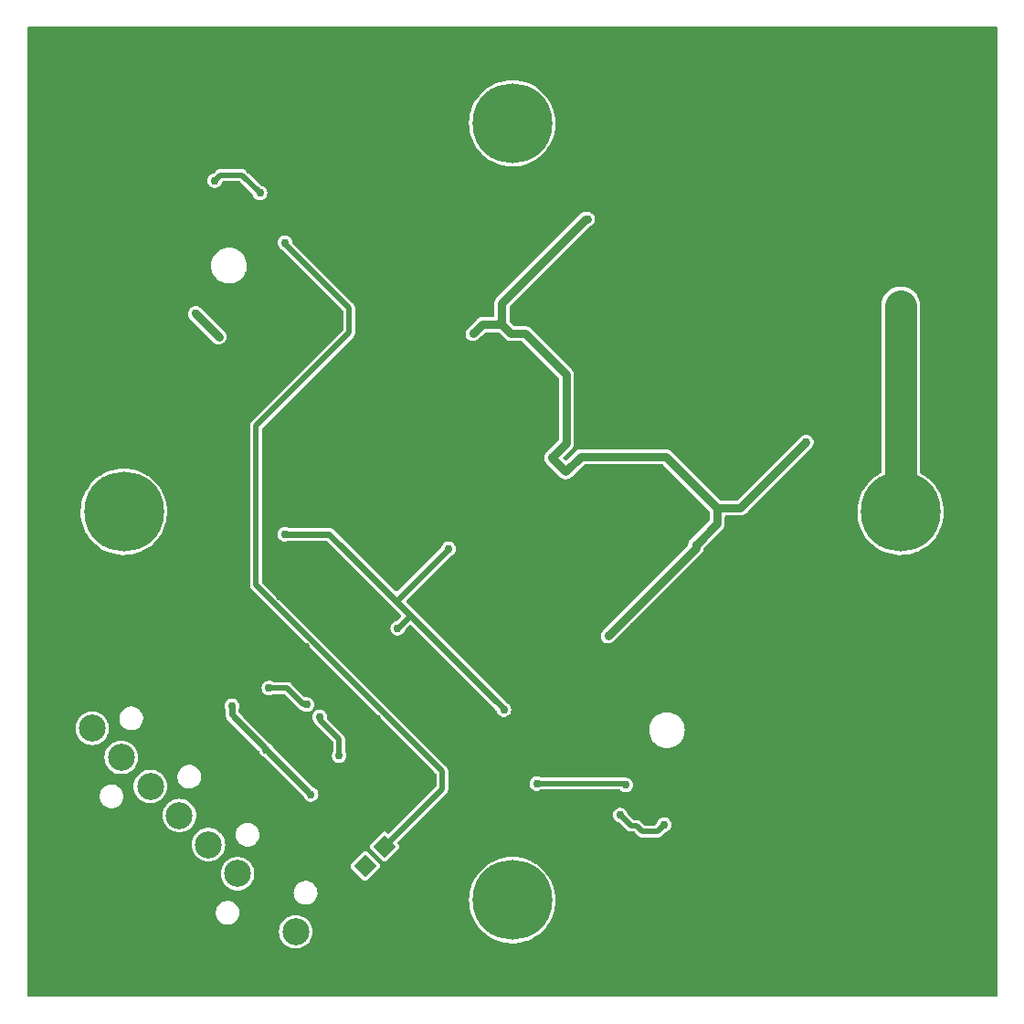
<source format=gbr>
%TF.GenerationSoftware,KiCad,Pcbnew,6.0.10+dfsg-1~bpo11+1*%
%TF.CreationDate,2023-02-14T13:36:45+00:00*%
%TF.ProjectId,QFHMIX01E,5146484d-4958-4303-9145-2e6b69636164,rev?*%
%TF.SameCoordinates,Original*%
%TF.FileFunction,Copper,L1,Top*%
%TF.FilePolarity,Positive*%
%FSLAX46Y46*%
G04 Gerber Fmt 4.6, Leading zero omitted, Abs format (unit mm)*
G04 Created by KiCad (PCBNEW 6.0.10+dfsg-1~bpo11+1) date 2023-02-14 13:36:45*
%MOMM*%
%LPD*%
G01*
G04 APERTURE LIST*
G04 Aperture macros list*
%AMRoundRect*
0 Rectangle with rounded corners*
0 $1 Rounding radius*
0 $2 $3 $4 $5 $6 $7 $8 $9 X,Y pos of 4 corners*
0 Add a 4 corners polygon primitive as box body*
4,1,4,$2,$3,$4,$5,$6,$7,$8,$9,$2,$3,0*
0 Add four circle primitives for the rounded corners*
1,1,$1+$1,$2,$3*
1,1,$1+$1,$4,$5*
1,1,$1+$1,$6,$7*
1,1,$1+$1,$8,$9*
0 Add four rect primitives between the rounded corners*
20,1,$1+$1,$2,$3,$4,$5,0*
20,1,$1+$1,$4,$5,$6,$7,0*
20,1,$1+$1,$6,$7,$8,$9,0*
20,1,$1+$1,$8,$9,$2,$3,0*%
%AMRotRect*
0 Rectangle, with rotation*
0 The origin of the aperture is its center*
0 $1 length*
0 $2 width*
0 $3 Rotation angle, in degrees counterclockwise*
0 Add horizontal line*
21,1,$1,$2,0,0,$3*%
G04 Aperture macros list end*
%TA.AperFunction,ComponentPad*%
%ADD10C,2.500000*%
%TD*%
%TA.AperFunction,ComponentPad*%
%ADD11RotRect,1.524000X1.524000X45.000000*%
%TD*%
%TA.AperFunction,ComponentPad*%
%ADD12C,6.000000*%
%TD*%
%TA.AperFunction,WasherPad*%
%ADD13C,7.400000*%
%TD*%
%TA.AperFunction,ComponentPad*%
%ADD14C,0.500000*%
%TD*%
%TA.AperFunction,ComponentPad*%
%ADD15C,0.600000*%
%TD*%
%TA.AperFunction,SMDPad,CuDef*%
%ADD16RoundRect,0.250000X0.000000X-0.848528X0.848528X0.000000X0.000000X0.848528X-0.848528X0.000000X0*%
%TD*%
%TA.AperFunction,SMDPad,CuDef*%
%ADD17RoundRect,0.250000X0.000000X0.848528X-0.848528X0.000000X0.000000X-0.848528X0.848528X0.000000X0*%
%TD*%
%TA.AperFunction,SMDPad,CuDef*%
%ADD18RoundRect,0.250000X-0.848528X0.000000X0.000000X-0.848528X0.848528X0.000000X0.000000X0.848528X0*%
%TD*%
%TA.AperFunction,ViaPad*%
%ADD19C,0.750000*%
%TD*%
%TA.AperFunction,ViaPad*%
%ADD20C,1.000000*%
%TD*%
%TA.AperFunction,Conductor*%
%ADD21C,0.500000*%
%TD*%
%TA.AperFunction,Conductor*%
%ADD22C,0.800000*%
%TD*%
%TA.AperFunction,Conductor*%
%ADD23C,0.600000*%
%TD*%
%TA.AperFunction,Conductor*%
%ADD24C,0.400000*%
%TD*%
%TA.AperFunction,Conductor*%
%ADD25C,3.000000*%
%TD*%
%TA.AperFunction,Conductor*%
%ADD26C,0.300000*%
%TD*%
G04 APERTURE END LIST*
D10*
%TO.P,J1,1*%
%TO.N,CLK_IN_N*%
X111070731Y-110070731D03*
%TO.P,J1,2*%
%TO.N,CLK_IN_P*%
X113764808Y-112764808D03*
%TO.P,J1,3*%
%TO.N,DEM_OUTA_N*%
X116458885Y-115458885D03*
%TO.P,J1,4*%
%TO.N,DEM_OUTA_P*%
X119152962Y-118152962D03*
%TO.P,J1,5*%
%TO.N,DEM_OUTB_N*%
X121847038Y-120847038D03*
%TO.P,J1,6*%
%TO.N,DEM_OUTB_P*%
X124541115Y-123541115D03*
%TO.P,J1,7*%
%TO.N,GND*%
X127235192Y-126235192D03*
%TO.P,J1,8*%
%TO.N,VCC*%
X129929269Y-128929269D03*
%TD*%
D11*
%TO.P,J2,1*%
%TO.N,GND*%
X134583897Y-121031000D03*
%TO.P,J2,2*%
X136379948Y-119234949D03*
%TO.P,J2,3*%
%TO.N,VDDA*%
X136379948Y-122827052D03*
%TO.P,J2,4*%
X138176000Y-121031000D03*
%TO.P,J2,5*%
%TO.N,GND*%
X138176000Y-124623103D03*
%TO.P,J2,6*%
X139972051Y-122827052D03*
%TD*%
D12*
%TO.P,M7,1*%
%TO.N,GND*%
X185560000Y-125560000D03*
%TD*%
%TO.P,M6,1*%
%TO.N,GND*%
X185560000Y-54440000D03*
%TD*%
%TO.P,M5,1*%
%TO.N,GND*%
X114440000Y-125560000D03*
%TD*%
D13*
%TO.P,M4,*%
%TO.N,*%
X150000000Y-126000000D03*
D14*
%TO.P,M4,1*%
%TO.N,/LNA/QFH_IN_2_N*%
X153000000Y-126000000D03*
X152598076Y-127500000D03*
X150000000Y-123000000D03*
X152598076Y-124500000D03*
X147401924Y-127500000D03*
X150000000Y-129000000D03*
X147000000Y-126000000D03*
X148500000Y-123401924D03*
X151500000Y-128598076D03*
X151500000Y-123401924D03*
X147401924Y-124500000D03*
X148500000Y-128598076D03*
%TD*%
D13*
%TO.P,M3,*%
%TO.N,*%
X150000000Y-54000000D03*
D14*
%TO.P,M3,1*%
%TO.N,/LNA/QFH_IN_2_P*%
X151500000Y-51401924D03*
X152598076Y-55500000D03*
X148500000Y-51401924D03*
X153000000Y-54000000D03*
X147401924Y-55500000D03*
X150000000Y-57000000D03*
X147000000Y-54000000D03*
X151500000Y-56598076D03*
X148500000Y-56598076D03*
X150000000Y-51000000D03*
X152598076Y-52500000D03*
X147401924Y-52500000D03*
%TD*%
D13*
%TO.P,M1,*%
%TO.N,*%
X186000000Y-90000000D03*
D14*
%TO.P,M1,1*%
%TO.N,/LNA/QFH_IN_1_N*%
X187500000Y-92598076D03*
X183401924Y-88500000D03*
X188598076Y-88500000D03*
X183401924Y-91500000D03*
X186000000Y-87000000D03*
X188598076Y-91500000D03*
X184500000Y-92598076D03*
X189000000Y-90000000D03*
X187500000Y-87401924D03*
X186000000Y-93000000D03*
X183000000Y-90000000D03*
X184500000Y-87401924D03*
%TD*%
D13*
%TO.P,M2,*%
%TO.N,*%
X114000000Y-90000000D03*
D14*
%TO.P,M2,1*%
%TO.N,/LNA/QFH_IN_1_P*%
X112500000Y-87401924D03*
X117000000Y-90000000D03*
X111401924Y-88500000D03*
X116598076Y-91500000D03*
X115500000Y-87401924D03*
X112500000Y-92598076D03*
X114000000Y-93000000D03*
X111000000Y-90000000D03*
X114000000Y-87000000D03*
X111401924Y-91500000D03*
X116598076Y-88500000D03*
X115500000Y-92598076D03*
%TD*%
D12*
%TO.P,M8,1*%
%TO.N,GND*%
X114440000Y-54440000D03*
%TD*%
D14*
%TO.P,U7,2,GND*%
%TO.N,GND*%
X148885965Y-83692462D03*
X148178859Y-82985355D03*
X147471752Y-83692462D03*
X146764645Y-82985355D03*
X147471752Y-82278248D03*
X144643325Y-82278248D03*
X148178859Y-84399569D03*
X146057538Y-83692462D03*
X146764645Y-81571141D03*
X146764645Y-84399569D03*
X147471752Y-85106675D03*
X145350431Y-82985355D03*
X145350431Y-81571141D03*
X146057538Y-80864035D03*
X146057538Y-82278248D03*
%TD*%
%TO.P,U8,2,GND*%
%TO.N,GND*%
X158428859Y-94549569D03*
X159135965Y-93842462D03*
X157721752Y-92428248D03*
X158428859Y-93135355D03*
X156307538Y-92428248D03*
X157014645Y-91721141D03*
X156307538Y-93842462D03*
X157014645Y-94549569D03*
X157721752Y-93842462D03*
X157014645Y-93135355D03*
X155600431Y-91721141D03*
X155600431Y-93135355D03*
X157721752Y-95256675D03*
X156307538Y-91014035D03*
X154893325Y-92428248D03*
%TD*%
D15*
%TO.P,U9,17,PGND*%
%TO.N,GND*%
X124213909Y-61206091D03*
X123436091Y-61206091D03*
X123047183Y-61595000D03*
X123825000Y-60817183D03*
X124213909Y-61983909D03*
X123825000Y-62372817D03*
X123825000Y-61595000D03*
X124602817Y-61595000D03*
D16*
X123825000Y-61595000D03*
D15*
X123436091Y-61983909D03*
%TD*%
D14*
%TO.P,U5,2,GND*%
%TO.N,GND*%
X144594014Y-60833000D03*
X143179800Y-60833000D03*
X141765586Y-62247214D03*
X141058480Y-61540107D03*
X145301120Y-60125893D03*
X142472693Y-62954320D03*
X142472693Y-60125893D03*
X141765586Y-60833000D03*
X142472693Y-61540107D03*
X143179800Y-59418786D03*
X143886907Y-58711680D03*
X143886907Y-60125893D03*
X143886907Y-61540107D03*
X144594014Y-59418786D03*
X143179800Y-62247214D03*
%TD*%
D15*
%TO.P,U11,17,PGND*%
%TO.N,GND*%
X162234911Y-116468501D03*
X162623820Y-116079593D03*
X163012729Y-117246319D03*
X163012729Y-116468501D03*
X162623820Y-116857410D03*
D17*
X162623820Y-116857410D03*
D15*
X162623820Y-117635227D03*
X162234911Y-117246319D03*
X163401637Y-116857410D03*
X161846003Y-116857410D03*
%TD*%
D14*
%TO.P,U6,2,GND*%
%TO.N,GND*%
X176893786Y-96774000D03*
X179722214Y-96774000D03*
X179015107Y-96066893D03*
X178308000Y-96774000D03*
X177600893Y-98895320D03*
X179722214Y-95359786D03*
X178308000Y-98188214D03*
X176893786Y-98188214D03*
X176186680Y-97481107D03*
X179015107Y-97481107D03*
X180429320Y-96066893D03*
X177600893Y-96066893D03*
X179015107Y-94652680D03*
X177600893Y-97481107D03*
X178308000Y-95359786D03*
%TD*%
D15*
%TO.P,U1,17,GND*%
%TO.N,GND*%
X125359235Y-76810455D03*
X125359235Y-76032637D03*
X125748144Y-75643729D03*
X124970327Y-76421546D03*
X125748144Y-77199363D03*
D18*
X125748144Y-76421546D03*
D15*
X126525961Y-76421546D03*
X126137053Y-76810455D03*
X126137053Y-76032637D03*
X125748144Y-76421546D03*
%TD*%
D19*
%TO.N,GND*%
X137498990Y-109201010D03*
X125349000Y-102235000D03*
X128451993Y-97821972D03*
X130848990Y-102551010D03*
X132700000Y-107300000D03*
X129900388Y-117120427D03*
X126800000Y-104400000D03*
X122763604Y-110115076D03*
X128300000Y-118500000D03*
X128734206Y-108614665D03*
X127746377Y-109602494D03*
X129127375Y-110017547D03*
X131338481Y-111218940D03*
X130350652Y-112206767D03*
X130025402Y-110915571D03*
X149682200Y-102387400D03*
X136128565Y-92155227D03*
X137488879Y-93498721D03*
X112522000Y-63246000D03*
X170002200Y-101015800D03*
X189484000Y-120396000D03*
X138303000Y-80391000D03*
X133350000Y-77470000D03*
X125286500Y-94234000D03*
X110185200Y-84378800D03*
X117221000Y-60452000D03*
X127431800Y-86690200D03*
X125095000Y-106807000D03*
X137836299Y-82963701D03*
X132334000Y-88900000D03*
X146200000Y-106800000D03*
X123545600Y-76276200D03*
X122047000Y-74676000D03*
X126200000Y-107800000D03*
X121500000Y-111700000D03*
X132080000Y-119227600D03*
X131064000Y-118110000D03*
X115138200Y-106476800D03*
X121920000Y-103886000D03*
X118364000Y-111379000D03*
X122605800Y-84328000D03*
X126599259Y-99476067D03*
X127222987Y-89052771D03*
D20*
X145673093Y-58466707D03*
X146380201Y-59173816D03*
X147087307Y-58466706D03*
X146380200Y-57759600D03*
X145673093Y-57052493D03*
X139573000Y-72898000D03*
X150444200Y-80213200D03*
X149783800Y-76987400D03*
X140766799Y-64685613D03*
X140059693Y-63978507D03*
X139352585Y-63271401D03*
X140059693Y-62564293D03*
X140766800Y-63271400D03*
X141473907Y-63978507D03*
X148132800Y-86309200D03*
X144475200Y-80670400D03*
X145491200Y-79629000D03*
X142570200Y-82575400D03*
X143405887Y-79626598D03*
X144466548Y-78565938D03*
X141478000Y-81407000D03*
X149946625Y-84046016D03*
X147218400Y-87274400D03*
X150123402Y-86344113D03*
X151184062Y-85283452D03*
X148132800Y-88290400D03*
X152806400Y-80213200D03*
X148310600Y-77851000D03*
X150622000Y-78130400D03*
X151663400Y-79222600D03*
X149428200Y-79070200D03*
X143256000Y-86487000D03*
X142240000Y-86741000D03*
X143129000Y-87503000D03*
X144289771Y-86308757D03*
X143441243Y-85460229D03*
X180670199Y-94454413D03*
X175895000Y-99161600D03*
X179963095Y-93747307D03*
X175187893Y-98454493D03*
X176602107Y-99868706D03*
X181377307Y-95161519D03*
X182084414Y-94454413D03*
X181377307Y-93747307D03*
X180670200Y-93040200D03*
X175209200Y-93624400D03*
X174040800Y-94742000D03*
X176428400Y-92430600D03*
X160324800Y-94310200D03*
X159181800Y-95580200D03*
X157708600Y-97078800D03*
X158648400Y-98221800D03*
X159867600Y-97028000D03*
X161975800Y-95453200D03*
X175187893Y-99868707D03*
X175895001Y-100575815D03*
X174480785Y-99161601D03*
X155702000Y-89865200D03*
X154736800Y-88290400D03*
X154025600Y-89662000D03*
X154787600Y-90703400D03*
X152882600Y-92811600D03*
X153416000Y-96647000D03*
X153691243Y-95610229D03*
X152400000Y-96901000D03*
X153289000Y-97663000D03*
X154539771Y-96458757D03*
X159588200Y-89331800D03*
X158445200Y-88341200D03*
X161569400Y-87223600D03*
X160604200Y-88442800D03*
X160401000Y-90551000D03*
D19*
X155727400Y-60172600D03*
X178485800Y-76377800D03*
X175895000Y-73914000D03*
X147218400Y-91948000D03*
X145415000Y-98475800D03*
X130300000Y-90500000D03*
X129300000Y-89600000D03*
X162941000Y-102362000D03*
X166370000Y-120523000D03*
X123698000Y-73152000D03*
X151130000Y-133604000D03*
X150368000Y-131699000D03*
X110000000Y-105000000D03*
X135000000Y-130000000D03*
X119126000Y-74549000D03*
X122047000Y-70739000D03*
X161137600Y-119938800D03*
X110032800Y-56896000D03*
X109956600Y-72059800D03*
X118033800Y-69723000D03*
X119253000Y-92119896D03*
X114500000Y-52250000D03*
X114440000Y-123310000D03*
X114440000Y-127810000D03*
X116690000Y-125560000D03*
X112190000Y-125560000D03*
X112840000Y-123960000D03*
X116040000Y-123960000D03*
X116040000Y-127160000D03*
X112840000Y-127160000D03*
X116040000Y-52840000D03*
X112190000Y-54440000D03*
X112039400Y-65709800D03*
X112840000Y-52840000D03*
X112840000Y-56040000D03*
X116690000Y-54440000D03*
X111937800Y-69189600D03*
X187160000Y-52840000D03*
X183310000Y-54440000D03*
X185560000Y-56690000D03*
X183960000Y-56040000D03*
X185560000Y-52190000D03*
X187810000Y-54440000D03*
X187160000Y-56040000D03*
X187160000Y-127160000D03*
X187810000Y-125560000D03*
X187160000Y-123960000D03*
X183310000Y-125560000D03*
X185560000Y-123310000D03*
X183960000Y-123960000D03*
X185560000Y-127810000D03*
X183960000Y-127160000D03*
X183960000Y-52840000D03*
X122555000Y-81203800D03*
X173685200Y-71628000D03*
X176784000Y-129794000D03*
X173101000Y-129794000D03*
X169418000Y-129794000D03*
X141376400Y-73101200D03*
X142646400Y-73202800D03*
X141097000Y-77597000D03*
X140335000Y-76835000D03*
X164846000Y-124841000D03*
X191643000Y-133604000D03*
X175641000Y-119126000D03*
X178689000Y-125857000D03*
X164744400Y-99872800D03*
X173355000Y-121539000D03*
X147574000Y-107975400D03*
X157226000Y-59893200D03*
X167538400Y-98374200D03*
X149800000Y-94450000D03*
X119253000Y-83693000D03*
X163093400Y-66624200D03*
X177673000Y-117348000D03*
X138049000Y-66903600D03*
D20*
X151790400Y-91871800D03*
D19*
X157403800Y-78663800D03*
X127635000Y-52324000D03*
X159893000Y-69545200D03*
X154178000Y-73685400D03*
X127762000Y-71755000D03*
X164338000Y-93726000D03*
X149199600Y-65532000D03*
X184556400Y-105308400D03*
X190906400Y-107340400D03*
X183591200Y-94361000D03*
X131064000Y-82804000D03*
X193421000Y-73406000D03*
X172593000Y-124841000D03*
X162306000Y-110998000D03*
X137033000Y-81153000D03*
X178054000Y-88138000D03*
D20*
X142468600Y-80543400D03*
D19*
X127254000Y-70612000D03*
X141909800Y-52882800D03*
X156845000Y-128143000D03*
X168351200Y-80899000D03*
X169341800Y-81813400D03*
X169037000Y-49276000D03*
X159562800Y-74777600D03*
X128397000Y-70866000D03*
X155575000Y-56642000D03*
X129540000Y-87249000D03*
X161518600Y-80086200D03*
X144780000Y-125095000D03*
X168402000Y-119888000D03*
X162179000Y-60198000D03*
X140500000Y-101000000D03*
X153162000Y-122428000D03*
X168935400Y-106680000D03*
X169037000Y-124841000D03*
X168656000Y-72085200D03*
X181991000Y-86868000D03*
X167259000Y-119634000D03*
X181102000Y-119761000D03*
X174142400Y-81559400D03*
X170942000Y-97840800D03*
X192532000Y-107670600D03*
X122174000Y-56896000D03*
X177190400Y-104800400D03*
X119380000Y-87836379D03*
X133883400Y-106045000D03*
X139852400Y-74828400D03*
X131953000Y-74549000D03*
X117754400Y-103911400D03*
X117348000Y-109855000D03*
X133096000Y-89662000D03*
D20*
X162788600Y-88773000D03*
D19*
X143256000Y-53467000D03*
X164947600Y-92075000D03*
X111633000Y-107442000D03*
X148107400Y-73837800D03*
X181559200Y-91922600D03*
D20*
X156514800Y-100863400D03*
D19*
X153162000Y-57531000D03*
X133324600Y-64236600D03*
X183007000Y-108788200D03*
X166420800Y-80873600D03*
X166446200Y-97256600D03*
X125628400Y-58318400D03*
X131572000Y-88138000D03*
X167640000Y-90424000D03*
X105500000Y-110000000D03*
X132257800Y-52273200D03*
X185547000Y-117856000D03*
X171043600Y-81559400D03*
X173863000Y-53721000D03*
X119253000Y-96926400D03*
X110058200Y-67259200D03*
X140000000Y-134500000D03*
D20*
X161569400Y-89509600D03*
D19*
X161500000Y-51100000D03*
X175768000Y-82905600D03*
D20*
X174929800Y-92125800D03*
D19*
X162483800Y-83058000D03*
X175412400Y-103682800D03*
X105500000Y-115000000D03*
X178816000Y-115316000D03*
X163830000Y-61849000D03*
X159258000Y-66802000D03*
X193548000Y-54991000D03*
X160528000Y-58420000D03*
D20*
X144627600Y-65709800D03*
D19*
X152069800Y-65760600D03*
X158496000Y-114046000D03*
X146939000Y-75184000D03*
X130606800Y-48920400D03*
X118110000Y-59563000D03*
X171856400Y-61391800D03*
X141900000Y-74300000D03*
X180441600Y-85623400D03*
X147900000Y-94700000D03*
X189230000Y-100838000D03*
X162001200Y-107950000D03*
D20*
X155448000Y-99847400D03*
D19*
X134848600Y-60477400D03*
X160045400Y-71628000D03*
D20*
X145973800Y-64439800D03*
D19*
X105500000Y-120000000D03*
X181457600Y-107264200D03*
X135700000Y-115300000D03*
X128244600Y-85877400D03*
X161036000Y-83058000D03*
X136398000Y-75819000D03*
X159385000Y-62611000D03*
X105500000Y-99500000D03*
X139400000Y-96500000D03*
X180863400Y-129986000D03*
D20*
X138531600Y-57480200D03*
D19*
X178917600Y-104648000D03*
X145725000Y-96750002D03*
X105500000Y-134500000D03*
X193294000Y-75819000D03*
X158267400Y-110007400D03*
D20*
X157480000Y-101904800D03*
X181584600Y-100025200D03*
X153847800Y-91643200D03*
X146024600Y-65862200D03*
D19*
X164871400Y-122555000D03*
X189636400Y-105460800D03*
X127189500Y-96061434D03*
X153212800Y-102336600D03*
X187071000Y-98806000D03*
X153162000Y-62738000D03*
X119253000Y-79121000D03*
X159893000Y-129794000D03*
D20*
X149072600Y-87274400D03*
D19*
X188468000Y-48387000D03*
X159715200Y-105714800D03*
X175006000Y-116205000D03*
X174879000Y-106299000D03*
X193675000Y-58420000D03*
X164617400Y-80873600D03*
X110500000Y-99500000D03*
X193167000Y-81915000D03*
X122453400Y-101117400D03*
X122504200Y-88087200D03*
X157099000Y-117271800D03*
X105500000Y-130000000D03*
X143100000Y-91900000D03*
X169799000Y-91973400D03*
X171729400Y-84632800D03*
X132461000Y-73279000D03*
X119761000Y-58039000D03*
X166547800Y-55956200D03*
D20*
X152857200Y-90728800D03*
D19*
X110007400Y-77647800D03*
X133985000Y-61976000D03*
X157708600Y-83667600D03*
X152831800Y-69977000D03*
X166116000Y-90170000D03*
X171653200Y-87223600D03*
X123393200Y-64947800D03*
D20*
X139573000Y-56337200D03*
D19*
X168275000Y-118745000D03*
X167640000Y-65633600D03*
X175996600Y-109372400D03*
X130556000Y-56794400D03*
X166954200Y-75260200D03*
X136931400Y-52933600D03*
X131572000Y-47371000D03*
D20*
X138684000Y-58953400D03*
D19*
X137541000Y-98120200D03*
X172212000Y-112395000D03*
X132664200Y-67437000D03*
X149758400Y-62204600D03*
X105500000Y-125000000D03*
X181686200Y-79603600D03*
X173482000Y-104521000D03*
X121031000Y-60960000D03*
X156032200Y-77343000D03*
D20*
X180365398Y-101219000D03*
D19*
X150368000Y-72059800D03*
X132765800Y-84378800D03*
X167386000Y-120777000D03*
X185115200Y-95504000D03*
X115000000Y-99500000D03*
X138400000Y-101800000D03*
X157886400Y-72440800D03*
X135000000Y-134500000D03*
D20*
X161290000Y-100761800D03*
D19*
X145034000Y-127508000D03*
D20*
X146989800Y-63220600D03*
X182905400Y-100380802D03*
D19*
X181864000Y-48006000D03*
X177368200Y-110820200D03*
X149352000Y-112242600D03*
X112522000Y-60960000D03*
X184912000Y-48133000D03*
X149860000Y-67157600D03*
X105500000Y-105000000D03*
X146431000Y-122555000D03*
X141351000Y-51943000D03*
D20*
X139852400Y-57835800D03*
D19*
X180136800Y-106095800D03*
X171958000Y-122936000D03*
X175133000Y-122555000D03*
X152019000Y-61722000D03*
D20*
X144965984Y-57759601D03*
D19*
X175514000Y-48006000D03*
X160223200Y-77571600D03*
X186309000Y-102743000D03*
D20*
X149225000Y-85369400D03*
D19*
X129540000Y-67310000D03*
X135890000Y-77851000D03*
X115000000Y-134500000D03*
X178562000Y-89535000D03*
X170967400Y-110718600D03*
X170256200Y-102692200D03*
X179959000Y-82981800D03*
X188544200Y-106273600D03*
X173736000Y-100939600D03*
X183134000Y-72898000D03*
X169164000Y-122936000D03*
X125730000Y-103759000D03*
X142621000Y-68427600D03*
X190627000Y-99949000D03*
D20*
X173888400Y-93268800D03*
D19*
X127189500Y-82888965D03*
X120000000Y-134500000D03*
D20*
X161772600Y-91719400D03*
D19*
X143002000Y-51003200D03*
X146685000Y-129921000D03*
X157454600Y-75209400D03*
X166624000Y-91694000D03*
X150520400Y-65328800D03*
X119303800Y-101142800D03*
D20*
X147777200Y-64185800D03*
D19*
X163652200Y-82016600D03*
X142367000Y-71983600D03*
X189230000Y-115443000D03*
X129667000Y-47371000D03*
X191008000Y-50165000D03*
X185496200Y-110439200D03*
X135534400Y-65176400D03*
X166522400Y-85267800D03*
X134700000Y-108100000D03*
X175133000Y-90119200D03*
X170891200Y-108737400D03*
X138811000Y-78740000D03*
X165608000Y-117602000D03*
X135940800Y-66954400D03*
X130000000Y-134500000D03*
X143306800Y-96774000D03*
X116459000Y-112014000D03*
X172770800Y-90551000D03*
X187426600Y-111099600D03*
X170307000Y-94361000D03*
X172974000Y-111633000D03*
X179070000Y-113157000D03*
X156692600Y-121005600D03*
X139192000Y-65557400D03*
X150100000Y-105200000D03*
X157962600Y-69748400D03*
X171729400Y-75539600D03*
X168478200Y-111404400D03*
X156210000Y-82219800D03*
D20*
X182753000Y-98907600D03*
D19*
X125000000Y-134500000D03*
X118491000Y-107696000D03*
X170281600Y-78257400D03*
X129921000Y-60502800D03*
X131900000Y-105200000D03*
X163195000Y-120904000D03*
X138988800Y-99542798D03*
X172593000Y-80873600D03*
X158496000Y-56896000D03*
X150368000Y-110744000D03*
X185978800Y-97205800D03*
X148158200Y-69773800D03*
X166344600Y-64439800D03*
X133197600Y-85648800D03*
X126923800Y-49961800D03*
X158064200Y-122250200D03*
X137185400Y-64414400D03*
X171754800Y-69748400D03*
X122301000Y-96951800D03*
X162306000Y-105613200D03*
X171450000Y-121412000D03*
X163322000Y-72263000D03*
X118872000Y-58801000D03*
X141224000Y-72009000D03*
X193675000Y-62230000D03*
D20*
X181864000Y-101523797D03*
D19*
X130302000Y-62661800D03*
X188468000Y-85826600D03*
X154279600Y-68072000D03*
X110000000Y-134500000D03*
X146800000Y-93400000D03*
X129159000Y-53721000D03*
X132435600Y-57785000D03*
X184531000Y-113411000D03*
X193802000Y-131445000D03*
X110007400Y-62839600D03*
X144449800Y-53314600D03*
X150114000Y-121285000D03*
X193548000Y-66421000D03*
X134200000Y-116800000D03*
X166471600Y-95656400D03*
X142011400Y-102500000D03*
X139827000Y-70485000D03*
X130429000Y-75438000D03*
X148996400Y-66675000D03*
X139827000Y-50800000D03*
D20*
X143535400Y-81584800D03*
D19*
X178562000Y-48133000D03*
X128955800Y-56032400D03*
X172186600Y-101981000D03*
X115570000Y-67818000D03*
X169468800Y-67614800D03*
X164084000Y-121666000D03*
X137007600Y-65709800D03*
X154940000Y-111760000D03*
X153035000Y-113919000D03*
X174828200Y-88646000D03*
X173151800Y-85242400D03*
X126111000Y-57378600D03*
X177952400Y-67691000D03*
X179197000Y-58928000D03*
X154813000Y-58674000D03*
X160782000Y-111252000D03*
X120624600Y-67335400D03*
X132969000Y-71247000D03*
X190500000Y-101727000D03*
X171069000Y-120015000D03*
X124600000Y-115400000D03*
X155067000Y-126365000D03*
X135737600Y-62306200D03*
X193548000Y-52197000D03*
X122301000Y-92862400D03*
X192582800Y-105486200D03*
X151384000Y-112649000D03*
X193421000Y-79121000D03*
X160045400Y-102082600D03*
X182930800Y-81610200D03*
X169849800Y-87071200D03*
X165125400Y-77774800D03*
X145669000Y-69088000D03*
X147599400Y-112318800D03*
X193421000Y-70231000D03*
X183057800Y-84404200D03*
X157810200Y-81584800D03*
X133146800Y-60477400D03*
D20*
X147345400Y-65455800D03*
X141071600Y-56642000D03*
D19*
X174117000Y-117983000D03*
X135356600Y-54660800D03*
X151079200Y-62534800D03*
D20*
X162839400Y-99669600D03*
D19*
X166243000Y-122936000D03*
X188087000Y-99822000D03*
X165623400Y-129859000D03*
X139100000Y-95200000D03*
X176936400Y-81991200D03*
X136194800Y-72085200D03*
D20*
X151612600Y-81280000D03*
D19*
X177165000Y-120396000D03*
D20*
X158800800Y-96672400D03*
D19*
X185420000Y-108839000D03*
X136144000Y-96647000D03*
X188976000Y-76454000D03*
X156210000Y-109982000D03*
X127762000Y-67564000D03*
D20*
X160629600Y-95758000D03*
D19*
%TO.N,+5V*%
X156946600Y-62890400D03*
X154965400Y-86283800D03*
X144094200Y-93446600D03*
X128905000Y-92075000D03*
X146380200Y-73482200D03*
X177241200Y-83566000D03*
X167005000Y-93091000D03*
X158902400Y-101498400D03*
X149225000Y-108331000D03*
X139395200Y-100787200D03*
X153670000Y-84988400D03*
%TO.N,+3V3*%
X120650000Y-71628000D03*
X122809000Y-73787000D03*
%TO.N,Net-(C23-Pad1)*%
X132154771Y-109010099D03*
X133959600Y-112598200D03*
%TO.N,Net-(C22-Pad2)*%
X130977668Y-107863268D03*
X127457200Y-106324400D03*
%TO.N,VDDA*%
X128930400Y-65049400D03*
%TO.N,Net-(C68-Pad1)*%
X164084000Y-118999000D03*
X160020000Y-118110000D03*
%TO.N,/LNA/QFH_IN_1_N*%
X185100000Y-70916800D03*
X186000000Y-70016800D03*
X186000000Y-70916800D03*
X186900000Y-70916800D03*
X186000000Y-71816800D03*
%TO.N,+3.3VA*%
X127196814Y-112055871D03*
X124028200Y-108000800D03*
X131350000Y-116200000D03*
%TO.N,/Power/PWR_EN*%
X160528000Y-115316000D03*
X152273000Y-115189000D03*
%TO.N,Net-(C67-Pad1)*%
X126619000Y-60452000D03*
X122428000Y-59309000D03*
%TD*%
D21*
%TO.N,GND*%
X125041037Y-76421546D02*
X125748144Y-76421546D01*
X125748144Y-77128653D02*
X125748144Y-76421546D01*
X126455251Y-76421546D02*
X125748144Y-76421546D01*
X125748144Y-75714439D02*
X125748144Y-76421546D01*
X132575000Y-89450000D02*
X132525000Y-89450000D01*
D22*
%TO.N,+5V*%
X156819600Y-62890400D02*
X149034500Y-70675500D01*
X155016200Y-83642200D02*
X155016200Y-77316200D01*
X148691600Y-72644000D02*
X147218400Y-72644000D01*
X151182200Y-73482200D02*
X149885400Y-73482200D01*
X168986200Y-91109800D02*
X168986200Y-89636600D01*
D23*
X133045200Y-92075000D02*
X149225000Y-108254800D01*
D22*
X167005000Y-93091000D02*
X168986200Y-91109800D01*
X155016200Y-77316200D02*
X151182200Y-73482200D01*
X149034500Y-72301100D02*
X148691600Y-72644000D01*
X149034500Y-70675500D02*
X149034500Y-72301100D01*
X147218400Y-72644000D02*
X146380200Y-73482200D01*
X167005000Y-93395800D02*
X158902400Y-101498400D01*
X154965400Y-86283800D02*
X153670000Y-84988400D01*
D23*
X149225000Y-108254800D02*
X149225000Y-108331000D01*
D22*
X156946600Y-62890400D02*
X156819600Y-62890400D01*
X177215800Y-83566000D02*
X171145200Y-89636600D01*
X153670000Y-84988400D02*
X155016200Y-83642200D01*
X156362400Y-84886800D02*
X154965400Y-86283800D01*
X171145200Y-89636600D02*
X168986200Y-89636600D01*
X168986200Y-89636600D02*
X164236400Y-84886800D01*
X164236400Y-84886800D02*
X156362400Y-84886800D01*
D24*
X139395200Y-100787200D02*
X139412800Y-100787200D01*
D23*
X139257900Y-98282900D02*
X144094200Y-93446600D01*
D22*
X167005000Y-93091000D02*
X167005000Y-93395800D01*
X149885400Y-73482200D02*
X148920200Y-72517000D01*
D23*
X128905000Y-92075000D02*
X133045200Y-92075000D01*
D22*
X177241200Y-83566000D02*
X177215800Y-83566000D01*
D21*
X139412800Y-100787200D02*
X140587500Y-99612500D01*
D22*
%TO.N,+3V3*%
X120650000Y-71628000D02*
X122809000Y-73787000D01*
D21*
%TO.N,Net-(C23-Pad1)*%
X132154771Y-109294771D02*
X132154771Y-109010099D01*
X133959600Y-111099600D02*
X132154771Y-109294771D01*
X133959600Y-112598200D02*
X133959600Y-111099600D01*
%TO.N,Net-(C22-Pad2)*%
X129133600Y-106324400D02*
X130672468Y-107863268D01*
X130672468Y-107863268D02*
X130977668Y-107863268D01*
X127457200Y-106324400D02*
X129133600Y-106324400D01*
%TO.N,VDDA*%
X143510000Y-115697000D02*
X143510000Y-114046000D01*
X126238000Y-82042000D02*
X134874000Y-73406000D01*
X138176000Y-121031000D02*
X143510000Y-115697000D01*
X134874000Y-71120000D02*
X128930400Y-65176400D01*
X143510000Y-114046000D02*
X126238000Y-96774000D01*
X128930400Y-65176400D02*
X128930400Y-65049400D01*
X126238000Y-96774000D02*
X126238000Y-82042000D01*
X134874000Y-73406000D02*
X134874000Y-71120000D01*
%TO.N,Net-(C68-Pad1)*%
X163449000Y-119634000D02*
X164084000Y-118999000D01*
X161036000Y-119126000D02*
X161544000Y-119126000D01*
X160020000Y-118110000D02*
X161036000Y-119126000D01*
X162052000Y-119634000D02*
X163449000Y-119634000D01*
X161544000Y-119126000D02*
X162052000Y-119634000D01*
D25*
%TO.N,/LNA/QFH_IN_1_N*%
X186000000Y-71816800D02*
X186000000Y-70916800D01*
X186000000Y-71816800D02*
X186000000Y-90000000D01*
D23*
%TO.N,+3.3VA*%
X131350000Y-116200000D02*
X127205871Y-112055871D01*
X127205871Y-112055871D02*
X127196814Y-112055871D01*
X124028200Y-108000800D02*
X124028199Y-108813599D01*
X127196814Y-111982214D02*
X124028199Y-108813599D01*
X127196814Y-112055871D02*
X127196814Y-111982214D01*
D21*
%TO.N,/Power/PWR_EN*%
X152273000Y-115189000D02*
X160401000Y-115189000D01*
D26*
X160401000Y-115189000D02*
X160528000Y-115316000D01*
D21*
%TO.N,Net-(C67-Pad1)*%
X124968000Y-58801000D02*
X122936000Y-58801000D01*
X126619000Y-60452000D02*
X124968000Y-58801000D01*
X122936000Y-58801000D02*
X122428000Y-59309000D01*
%TD*%
%TA.AperFunction,Conductor*%
%TO.N,GND*%
G36*
X194907621Y-45054502D02*
G01*
X194954114Y-45108158D01*
X194965500Y-45160500D01*
X194965500Y-134839500D01*
X194945498Y-134907621D01*
X194891842Y-134954114D01*
X194839500Y-134965500D01*
X105160500Y-134965500D01*
X105092379Y-134945498D01*
X105045886Y-134891842D01*
X105034500Y-134839500D01*
X105034500Y-128929269D01*
X128373975Y-128929269D01*
X128393123Y-129172571D01*
X128394278Y-129177380D01*
X128442933Y-129380040D01*
X128450097Y-129409881D01*
X128451987Y-129414444D01*
X128451989Y-129414450D01*
X128519047Y-129576343D01*
X128543492Y-129635358D01*
X128671010Y-129843448D01*
X128829510Y-130029028D01*
X129015090Y-130187528D01*
X129223180Y-130315046D01*
X129227750Y-130316939D01*
X129227754Y-130316941D01*
X129444088Y-130406549D01*
X129444094Y-130406551D01*
X129448657Y-130408441D01*
X129453457Y-130409593D01*
X129453462Y-130409595D01*
X129561971Y-130435646D01*
X129685967Y-130465415D01*
X129929269Y-130484563D01*
X130172571Y-130465415D01*
X130296567Y-130435646D01*
X130405076Y-130409595D01*
X130405081Y-130409593D01*
X130409881Y-130408441D01*
X130414444Y-130406551D01*
X130414450Y-130406549D01*
X130630784Y-130316941D01*
X130630788Y-130316939D01*
X130635358Y-130315046D01*
X130843448Y-130187528D01*
X131029028Y-130029028D01*
X131187528Y-129843448D01*
X131315046Y-129635358D01*
X131339491Y-129576343D01*
X131406549Y-129414450D01*
X131406551Y-129414444D01*
X131408441Y-129409881D01*
X131415606Y-129380040D01*
X131464260Y-129177380D01*
X131465415Y-129172571D01*
X131484563Y-128929269D01*
X131465415Y-128685967D01*
X131418419Y-128490217D01*
X131409595Y-128453462D01*
X131409593Y-128453457D01*
X131408441Y-128448657D01*
X131406551Y-128444094D01*
X131406549Y-128444088D01*
X131316941Y-128227754D01*
X131316939Y-128227750D01*
X131315046Y-128223180D01*
X131187528Y-128015090D01*
X131029028Y-127829510D01*
X130843448Y-127671010D01*
X130635358Y-127543492D01*
X130630788Y-127541599D01*
X130630784Y-127541597D01*
X130414450Y-127451989D01*
X130414444Y-127451987D01*
X130409881Y-127450097D01*
X130405081Y-127448945D01*
X130405076Y-127448943D01*
X130254201Y-127412721D01*
X130172571Y-127393123D01*
X129929269Y-127373975D01*
X129685967Y-127393123D01*
X129604337Y-127412721D01*
X129453462Y-127448943D01*
X129453457Y-127448945D01*
X129448657Y-127450097D01*
X129444094Y-127451987D01*
X129444088Y-127451989D01*
X129227754Y-127541597D01*
X129227750Y-127541599D01*
X129223180Y-127543492D01*
X129015090Y-127671010D01*
X128829510Y-127829510D01*
X128671010Y-128015090D01*
X128543492Y-128223180D01*
X128541599Y-128227750D01*
X128541597Y-128227754D01*
X128451989Y-128444088D01*
X128451987Y-128444094D01*
X128450097Y-128448657D01*
X128448945Y-128453457D01*
X128448943Y-128453462D01*
X128440119Y-128490217D01*
X128393123Y-128685967D01*
X128373975Y-128929269D01*
X105034500Y-128929269D01*
X105034500Y-127096891D01*
X122521226Y-127096891D01*
X122530935Y-127306662D01*
X122532339Y-127312487D01*
X122532339Y-127312488D01*
X122572052Y-127477268D01*
X122580136Y-127510813D01*
X122582618Y-127516271D01*
X122582619Y-127516275D01*
X122625732Y-127611096D01*
X122667052Y-127701976D01*
X122788549Y-127873255D01*
X122940243Y-128018470D01*
X122945278Y-128021721D01*
X123111621Y-128129128D01*
X123111624Y-128129129D01*
X123116658Y-128132380D01*
X123122221Y-128134622D01*
X123305867Y-128208634D01*
X123305870Y-128208635D01*
X123311431Y-128210876D01*
X123317312Y-128212024D01*
X123317317Y-128212026D01*
X123513088Y-128250257D01*
X123513091Y-128250257D01*
X123517534Y-128251125D01*
X123523055Y-128251395D01*
X123677881Y-128251395D01*
X123834458Y-128236456D01*
X123840214Y-128234767D01*
X123840216Y-128234767D01*
X123929295Y-128208634D01*
X124035961Y-128177342D01*
X124136359Y-128125634D01*
X124217320Y-128083936D01*
X124217323Y-128083934D01*
X124222651Y-128081190D01*
X124301432Y-128019307D01*
X124383074Y-127955177D01*
X124383079Y-127955173D01*
X124387791Y-127951471D01*
X124391723Y-127946940D01*
X124521491Y-127797397D01*
X124521495Y-127797392D01*
X124525422Y-127792866D01*
X124630578Y-127611096D01*
X124699465Y-127412721D01*
X124714843Y-127306662D01*
X124728737Y-127210839D01*
X124728737Y-127210836D01*
X124729598Y-127204899D01*
X124719889Y-126995128D01*
X124670688Y-126790977D01*
X124641161Y-126726034D01*
X124586252Y-126605269D01*
X124583772Y-126599814D01*
X124462275Y-126428535D01*
X124310581Y-126283320D01*
X124213445Y-126220600D01*
X124139203Y-126172662D01*
X124139200Y-126172661D01*
X124134166Y-126169410D01*
X124128603Y-126167168D01*
X123944957Y-126093156D01*
X123944954Y-126093155D01*
X123939393Y-126090914D01*
X123933512Y-126089766D01*
X123933507Y-126089764D01*
X123737736Y-126051533D01*
X123737733Y-126051533D01*
X123733290Y-126050665D01*
X123727769Y-126050395D01*
X123572943Y-126050395D01*
X123416366Y-126065334D01*
X123410610Y-126067023D01*
X123410608Y-126067023D01*
X123333091Y-126089764D01*
X123214863Y-126124448D01*
X123131917Y-126167168D01*
X123033504Y-126217854D01*
X123033501Y-126217856D01*
X123028173Y-126220600D01*
X122991020Y-126249784D01*
X122867750Y-126346613D01*
X122867745Y-126346617D01*
X122863033Y-126350319D01*
X122859102Y-126354849D01*
X122859101Y-126354850D01*
X122729333Y-126504393D01*
X122729329Y-126504398D01*
X122725402Y-126508924D01*
X122620246Y-126690694D01*
X122551359Y-126889069D01*
X122550498Y-126895004D01*
X122550498Y-126895006D01*
X122535113Y-127001118D01*
X122521226Y-127096891D01*
X105034500Y-127096891D01*
X105034500Y-125265485D01*
X129740786Y-125265485D01*
X129750495Y-125475256D01*
X129751899Y-125481081D01*
X129751899Y-125481082D01*
X129782764Y-125609149D01*
X129799696Y-125679407D01*
X129802178Y-125684865D01*
X129802179Y-125684869D01*
X129845292Y-125779690D01*
X129886612Y-125870570D01*
X130008109Y-126041849D01*
X130159803Y-126187064D01*
X130164838Y-126190315D01*
X130331181Y-126297722D01*
X130331184Y-126297723D01*
X130336218Y-126300974D01*
X130341781Y-126303216D01*
X130525427Y-126377228D01*
X130525430Y-126377229D01*
X130530991Y-126379470D01*
X130536872Y-126380618D01*
X130536877Y-126380620D01*
X130732648Y-126418851D01*
X130732651Y-126418851D01*
X130737094Y-126419719D01*
X130742615Y-126419989D01*
X130897441Y-126419989D01*
X131054018Y-126405050D01*
X131059774Y-126403361D01*
X131059776Y-126403361D01*
X131148855Y-126377228D01*
X131255521Y-126345936D01*
X131383409Y-126280069D01*
X131436880Y-126252530D01*
X131436883Y-126252528D01*
X131442211Y-126249784D01*
X131517919Y-126190315D01*
X131602634Y-126123771D01*
X131602639Y-126123767D01*
X131607351Y-126120065D01*
X131614493Y-126111835D01*
X131741051Y-125965991D01*
X131741055Y-125965986D01*
X131744982Y-125961460D01*
X131755038Y-125944077D01*
X145995065Y-125944077D01*
X146008722Y-126335157D01*
X146009129Y-126338206D01*
X146009129Y-126338208D01*
X146014635Y-126379470D01*
X146060477Y-126723038D01*
X146149834Y-127104017D01*
X146150823Y-127106923D01*
X146150825Y-127106929D01*
X146274950Y-127471543D01*
X146274955Y-127471555D01*
X146275943Y-127474458D01*
X146437598Y-127830826D01*
X146633258Y-128169717D01*
X146635047Y-128172216D01*
X146635049Y-128172219D01*
X146836399Y-128453462D01*
X146861053Y-128487899D01*
X147118810Y-128782333D01*
X147404069Y-129050208D01*
X147714107Y-129288969D01*
X147716710Y-129290596D01*
X147716715Y-129290599D01*
X147835687Y-129364941D01*
X148045964Y-129496337D01*
X148396472Y-129670331D01*
X148762287Y-129809290D01*
X149139915Y-129911890D01*
X149142958Y-129912405D01*
X149142964Y-129912406D01*
X149522713Y-129976636D01*
X149522720Y-129976637D01*
X149525754Y-129977150D01*
X149528825Y-129977365D01*
X149528827Y-129977365D01*
X149913053Y-130004233D01*
X149913061Y-130004233D01*
X149916119Y-130004447D01*
X150169704Y-129997363D01*
X150304211Y-129993606D01*
X150304214Y-129993606D01*
X150307285Y-129993520D01*
X150310338Y-129993134D01*
X150310342Y-129993134D01*
X150496145Y-129969662D01*
X150695517Y-129944475D01*
X150698521Y-129943793D01*
X150698524Y-129943792D01*
X151074115Y-129858460D01*
X151074121Y-129858458D01*
X151077111Y-129857779D01*
X151222875Y-129809290D01*
X151445500Y-129735233D01*
X151445506Y-129735231D01*
X151448424Y-129734260D01*
X151589551Y-129671426D01*
X151803111Y-129576343D01*
X151803117Y-129576340D01*
X151805911Y-129575096D01*
X151808580Y-129573580D01*
X152143492Y-129383324D01*
X152143498Y-129383320D01*
X152146160Y-129381808D01*
X152465924Y-129156239D01*
X152762150Y-128900544D01*
X152764271Y-128898317D01*
X152764277Y-128898311D01*
X153029894Y-128619385D01*
X153032011Y-128617162D01*
X153131192Y-128490217D01*
X153271021Y-128311244D01*
X153271023Y-128311241D01*
X153272931Y-128308799D01*
X153274587Y-128306189D01*
X153274593Y-128306181D01*
X153480957Y-127981003D01*
X153480959Y-127981000D01*
X153482610Y-127978398D01*
X153498501Y-127946940D01*
X153576328Y-127792866D01*
X153659046Y-127629112D01*
X153800557Y-127264277D01*
X153905790Y-126887374D01*
X153957504Y-126594090D01*
X153973210Y-126505018D01*
X153973210Y-126505015D01*
X153973742Y-126502000D01*
X153986580Y-126335157D01*
X154003613Y-126113789D01*
X154003613Y-126113778D01*
X154003763Y-126111835D01*
X154005325Y-126000000D01*
X153986209Y-125609149D01*
X153929044Y-125222028D01*
X153834376Y-124842334D01*
X153817934Y-124796158D01*
X153720824Y-124523444D01*
X153703107Y-124473689D01*
X153536492Y-124119614D01*
X153507167Y-124070420D01*
X153337700Y-123786138D01*
X153336120Y-123783487D01*
X153103905Y-123468517D01*
X152842061Y-123177711D01*
X152553090Y-122913844D01*
X152239749Y-122679435D01*
X152146846Y-122623171D01*
X151907658Y-122478313D01*
X151907649Y-122478308D01*
X151905030Y-122476722D01*
X151650974Y-122354998D01*
X151554898Y-122308966D01*
X151554896Y-122308965D01*
X151552126Y-122307638D01*
X151549237Y-122306586D01*
X151549231Y-122306584D01*
X151187306Y-122174855D01*
X151187303Y-122174854D01*
X151184407Y-122173800D01*
X150905080Y-122102081D01*
X150808366Y-122077249D01*
X150808363Y-122077248D01*
X150805382Y-122076483D01*
X150418670Y-122016617D01*
X150415613Y-122016446D01*
X150415612Y-122016446D01*
X150385120Y-122014741D01*
X150027962Y-121994773D01*
X150024883Y-121994902D01*
X150024880Y-121994902D01*
X149793940Y-122004581D01*
X149636987Y-122011159D01*
X149633943Y-122011587D01*
X149633941Y-122011587D01*
X149599368Y-122016446D01*
X149249477Y-122065620D01*
X148869131Y-122157636D01*
X148499579Y-122286327D01*
X148496781Y-122287620D01*
X148147146Y-122449174D01*
X148147136Y-122449179D01*
X148144349Y-122450467D01*
X148035829Y-122514135D01*
X147809486Y-122646929D01*
X147809481Y-122646932D01*
X147806831Y-122648487D01*
X147769392Y-122675688D01*
X147492730Y-122876694D01*
X147492721Y-122876701D01*
X147490248Y-122878498D01*
X147487958Y-122880531D01*
X147487952Y-122880536D01*
X147290397Y-123055934D01*
X147197621Y-123138305D01*
X146931743Y-123425427D01*
X146695152Y-123737124D01*
X146490107Y-124070420D01*
X146318564Y-124422135D01*
X146317493Y-124425016D01*
X146317490Y-124425022D01*
X146251667Y-124602015D01*
X146182162Y-124788910D01*
X146082201Y-125167246D01*
X146073328Y-125222028D01*
X146032315Y-125475256D01*
X146019637Y-125553531D01*
X146019443Y-125556611D01*
X146019443Y-125556613D01*
X146011374Y-125684869D01*
X145995065Y-125944077D01*
X131755038Y-125944077D01*
X131850138Y-125779690D01*
X131908292Y-125612222D01*
X131917058Y-125586980D01*
X131917058Y-125586978D01*
X131919025Y-125581315D01*
X131934403Y-125475256D01*
X131948297Y-125379433D01*
X131948297Y-125379430D01*
X131949158Y-125373493D01*
X131939449Y-125163722D01*
X131890248Y-124959571D01*
X131876252Y-124928787D01*
X131814006Y-124791885D01*
X131803332Y-124768408D01*
X131681835Y-124597129D01*
X131530141Y-124451914D01*
X131433005Y-124389194D01*
X131358763Y-124341256D01*
X131358760Y-124341255D01*
X131353726Y-124338004D01*
X131348163Y-124335762D01*
X131164517Y-124261750D01*
X131164514Y-124261749D01*
X131158953Y-124259508D01*
X131153072Y-124258360D01*
X131153067Y-124258358D01*
X130957296Y-124220127D01*
X130957293Y-124220127D01*
X130952850Y-124219259D01*
X130947329Y-124218989D01*
X130792503Y-124218989D01*
X130635926Y-124233928D01*
X130630170Y-124235617D01*
X130630168Y-124235617D01*
X130606263Y-124242630D01*
X130434423Y-124293042D01*
X130351477Y-124335762D01*
X130253064Y-124386448D01*
X130253061Y-124386450D01*
X130247733Y-124389194D01*
X130243018Y-124392898D01*
X130087310Y-124515207D01*
X130087305Y-124515211D01*
X130082593Y-124518913D01*
X130078662Y-124523443D01*
X130078661Y-124523444D01*
X129948893Y-124672987D01*
X129948889Y-124672992D01*
X129944962Y-124677518D01*
X129839806Y-124859288D01*
X129770919Y-125057663D01*
X129770058Y-125063598D01*
X129770058Y-125063600D01*
X129754673Y-125169712D01*
X129740786Y-125265485D01*
X105034500Y-125265485D01*
X105034500Y-123541115D01*
X122985821Y-123541115D01*
X123004969Y-123784417D01*
X123061943Y-124021727D01*
X123063833Y-124026290D01*
X123063835Y-124026296D01*
X123153443Y-124242630D01*
X123155338Y-124247204D01*
X123282856Y-124455294D01*
X123441356Y-124640874D01*
X123626936Y-124799374D01*
X123835026Y-124926892D01*
X123839596Y-124928785D01*
X123839600Y-124928787D01*
X124055934Y-125018395D01*
X124055940Y-125018397D01*
X124060503Y-125020287D01*
X124065303Y-125021439D01*
X124065308Y-125021441D01*
X124173817Y-125047492D01*
X124297813Y-125077261D01*
X124541115Y-125096409D01*
X124784417Y-125077261D01*
X124908413Y-125047492D01*
X125016922Y-125021441D01*
X125016927Y-125021439D01*
X125021727Y-125020287D01*
X125026290Y-125018397D01*
X125026296Y-125018395D01*
X125242630Y-124928787D01*
X125242634Y-124928785D01*
X125247204Y-124926892D01*
X125455294Y-124799374D01*
X125640874Y-124640874D01*
X125799374Y-124455294D01*
X125926892Y-124247204D01*
X125928787Y-124242630D01*
X126018395Y-124026296D01*
X126018397Y-124026290D01*
X126020287Y-124021727D01*
X126077261Y-123784417D01*
X126096409Y-123541115D01*
X126077261Y-123297813D01*
X126020287Y-123060503D01*
X126018397Y-123055940D01*
X126018395Y-123055934D01*
X125928787Y-122839600D01*
X125928785Y-122839596D01*
X125926892Y-122835026D01*
X125887866Y-122771342D01*
X135001732Y-122771342D01*
X135001829Y-122883287D01*
X135006025Y-122894132D01*
X135006025Y-122894134D01*
X135013651Y-122913844D01*
X135042220Y-122987692D01*
X135058262Y-123007968D01*
X136199032Y-124148738D01*
X136201962Y-124151045D01*
X136201968Y-124151050D01*
X136211942Y-124158902D01*
X136219763Y-124165059D01*
X136228584Y-124168454D01*
X136313384Y-124201091D01*
X136313386Y-124201091D01*
X136324238Y-124205268D01*
X136335869Y-124205258D01*
X136379966Y-124205220D01*
X136436183Y-124205171D01*
X136447028Y-124200975D01*
X136447030Y-124200975D01*
X136531754Y-124168198D01*
X136531756Y-124168197D01*
X136540588Y-124164780D01*
X136548016Y-124158903D01*
X136548018Y-124158902D01*
X136557986Y-124151015D01*
X136560864Y-124148738D01*
X137701634Y-123007968D01*
X137703941Y-123005038D01*
X137703946Y-123005032D01*
X137712108Y-122994664D01*
X137717955Y-122987237D01*
X137746911Y-122912001D01*
X137753987Y-122893616D01*
X137753987Y-122893614D01*
X137758164Y-122882762D01*
X137758067Y-122770817D01*
X137723429Y-122681282D01*
X137721094Y-122675246D01*
X137721093Y-122675244D01*
X137717676Y-122666412D01*
X137701634Y-122646136D01*
X136560864Y-121505366D01*
X136557934Y-121503059D01*
X136557928Y-121503054D01*
X136547560Y-121494892D01*
X136540133Y-121489045D01*
X136531312Y-121485650D01*
X136446512Y-121453013D01*
X136446510Y-121453013D01*
X136435658Y-121448836D01*
X136424027Y-121448846D01*
X136379930Y-121448884D01*
X136323713Y-121448933D01*
X136312868Y-121453129D01*
X136312866Y-121453129D01*
X136228142Y-121485906D01*
X136228140Y-121485907D01*
X136219308Y-121489324D01*
X136211880Y-121495201D01*
X136211878Y-121495202D01*
X136202326Y-121502760D01*
X136199032Y-121505366D01*
X135058262Y-122646136D01*
X135055955Y-122649066D01*
X135055950Y-122649072D01*
X135054985Y-122650298D01*
X135041941Y-122666867D01*
X135038546Y-122675688D01*
X135006109Y-122759970D01*
X135001732Y-122771342D01*
X125887866Y-122771342D01*
X125799374Y-122626936D01*
X125640874Y-122441356D01*
X125455294Y-122282856D01*
X125247204Y-122155338D01*
X125242634Y-122153445D01*
X125242630Y-122153443D01*
X125026296Y-122063835D01*
X125026290Y-122063833D01*
X125021727Y-122061943D01*
X125016927Y-122060791D01*
X125016922Y-122060789D01*
X124908413Y-122034738D01*
X124784417Y-122004969D01*
X124541115Y-121985821D01*
X124297813Y-122004969D01*
X124173817Y-122034738D01*
X124065308Y-122060789D01*
X124065303Y-122060791D01*
X124060503Y-122061943D01*
X124055940Y-122063833D01*
X124055934Y-122063835D01*
X123839600Y-122153443D01*
X123839596Y-122153445D01*
X123835026Y-122155338D01*
X123626936Y-122282856D01*
X123441356Y-122441356D01*
X123282856Y-122626936D01*
X123155338Y-122835026D01*
X123153445Y-122839596D01*
X123153443Y-122839600D01*
X123063835Y-123055934D01*
X123063833Y-123055940D01*
X123061943Y-123060503D01*
X123004969Y-123297813D01*
X122985821Y-123541115D01*
X105034500Y-123541115D01*
X105034500Y-120847038D01*
X120291744Y-120847038D01*
X120310892Y-121090340D01*
X120367866Y-121327650D01*
X120369756Y-121332213D01*
X120369758Y-121332219D01*
X120459366Y-121548553D01*
X120461261Y-121553127D01*
X120588779Y-121761217D01*
X120747279Y-121946797D01*
X120932859Y-122105297D01*
X121140949Y-122232815D01*
X121145519Y-122234708D01*
X121145523Y-122234710D01*
X121361857Y-122324318D01*
X121361863Y-122324320D01*
X121366426Y-122326210D01*
X121371226Y-122327362D01*
X121371231Y-122327364D01*
X121465883Y-122350088D01*
X121603736Y-122383184D01*
X121847038Y-122402332D01*
X122090340Y-122383184D01*
X122228193Y-122350088D01*
X122322845Y-122327364D01*
X122322850Y-122327362D01*
X122327650Y-122326210D01*
X122332213Y-122324320D01*
X122332219Y-122324318D01*
X122548553Y-122234710D01*
X122548557Y-122234708D01*
X122553127Y-122232815D01*
X122761217Y-122105297D01*
X122946797Y-121946797D01*
X123105297Y-121761217D01*
X123232815Y-121553127D01*
X123234710Y-121548553D01*
X123324318Y-121332219D01*
X123324320Y-121332213D01*
X123326210Y-121327650D01*
X123383184Y-121090340D01*
X123402332Y-120847038D01*
X123383184Y-120603736D01*
X123333486Y-120396732D01*
X123327364Y-120371231D01*
X123327362Y-120371226D01*
X123326210Y-120366426D01*
X123324320Y-120361863D01*
X123324318Y-120361857D01*
X123234710Y-120145523D01*
X123234708Y-120145519D01*
X123232815Y-120140949D01*
X123105297Y-119932859D01*
X123057872Y-119877331D01*
X124352633Y-119877331D01*
X124362342Y-120087102D01*
X124363746Y-120092927D01*
X124363746Y-120092928D01*
X124387903Y-120193161D01*
X124411543Y-120291253D01*
X124414025Y-120296711D01*
X124414026Y-120296715D01*
X124457139Y-120391536D01*
X124498459Y-120482416D01*
X124619956Y-120653695D01*
X124771650Y-120798910D01*
X124776685Y-120802161D01*
X124943028Y-120909568D01*
X124943031Y-120909569D01*
X124948065Y-120912820D01*
X124953628Y-120915062D01*
X125137274Y-120989074D01*
X125137277Y-120989075D01*
X125142838Y-120991316D01*
X125148719Y-120992464D01*
X125148724Y-120992466D01*
X125344495Y-121030697D01*
X125344498Y-121030697D01*
X125348941Y-121031565D01*
X125354462Y-121031835D01*
X125509288Y-121031835D01*
X125665865Y-121016896D01*
X125671621Y-121015207D01*
X125671623Y-121015207D01*
X125768041Y-120986921D01*
X125867368Y-120957782D01*
X125967766Y-120906074D01*
X126048727Y-120864376D01*
X126048730Y-120864374D01*
X126054058Y-120861630D01*
X126129766Y-120802161D01*
X126214481Y-120735617D01*
X126214486Y-120735613D01*
X126219198Y-120731911D01*
X126223130Y-120727380D01*
X126352898Y-120577837D01*
X126352902Y-120577832D01*
X126356829Y-120573306D01*
X126461985Y-120391536D01*
X126530872Y-120193161D01*
X126531872Y-120186265D01*
X126560144Y-119991279D01*
X126560144Y-119991276D01*
X126561005Y-119985339D01*
X126551296Y-119775568D01*
X126510169Y-119604920D01*
X126503501Y-119577250D01*
X126503500Y-119577248D01*
X126502095Y-119571417D01*
X126499528Y-119565770D01*
X126446711Y-119449605D01*
X126415179Y-119380254D01*
X126293682Y-119208975D01*
X126141988Y-119063760D01*
X126050589Y-119004744D01*
X125970610Y-118953102D01*
X125970607Y-118953101D01*
X125965573Y-118949850D01*
X125865770Y-118909628D01*
X125776364Y-118873596D01*
X125776361Y-118873595D01*
X125770800Y-118871354D01*
X125764919Y-118870206D01*
X125764914Y-118870204D01*
X125569143Y-118831973D01*
X125569140Y-118831973D01*
X125564697Y-118831105D01*
X125559176Y-118830835D01*
X125404350Y-118830835D01*
X125247773Y-118845774D01*
X125242017Y-118847463D01*
X125242015Y-118847463D01*
X125164498Y-118870204D01*
X125046270Y-118904888D01*
X125022076Y-118917349D01*
X124864911Y-118998294D01*
X124864908Y-118998296D01*
X124859580Y-119001040D01*
X124854865Y-119004744D01*
X124699157Y-119127053D01*
X124699152Y-119127057D01*
X124694440Y-119130759D01*
X124690509Y-119135289D01*
X124690508Y-119135290D01*
X124560740Y-119284833D01*
X124560736Y-119284838D01*
X124556809Y-119289364D01*
X124451653Y-119471134D01*
X124438690Y-119508464D01*
X124388544Y-119652871D01*
X124382766Y-119669509D01*
X124381905Y-119675444D01*
X124381905Y-119675446D01*
X124366520Y-119781558D01*
X124352633Y-119877331D01*
X123057872Y-119877331D01*
X122946797Y-119747279D01*
X122761217Y-119588779D01*
X122553127Y-119461261D01*
X122548557Y-119459368D01*
X122548553Y-119459366D01*
X122332219Y-119369758D01*
X122332213Y-119369756D01*
X122327650Y-119367866D01*
X122322850Y-119366714D01*
X122322845Y-119366712D01*
X122182354Y-119332983D01*
X122090340Y-119310892D01*
X121847038Y-119291744D01*
X121603736Y-119310892D01*
X121511722Y-119332983D01*
X121371231Y-119366712D01*
X121371226Y-119366714D01*
X121366426Y-119367866D01*
X121361863Y-119369756D01*
X121361857Y-119369758D01*
X121145523Y-119459366D01*
X121145519Y-119459368D01*
X121140949Y-119461261D01*
X120932859Y-119588779D01*
X120747279Y-119747279D01*
X120588779Y-119932859D01*
X120461261Y-120140949D01*
X120459368Y-120145519D01*
X120459366Y-120145523D01*
X120369758Y-120361857D01*
X120369756Y-120361863D01*
X120367866Y-120366426D01*
X120366714Y-120371226D01*
X120366712Y-120371231D01*
X120360590Y-120396732D01*
X120310892Y-120603736D01*
X120291744Y-120847038D01*
X105034500Y-120847038D01*
X105034500Y-118152962D01*
X117597668Y-118152962D01*
X117616816Y-118396264D01*
X117622256Y-118418923D01*
X117670139Y-118618365D01*
X117673790Y-118633574D01*
X117675680Y-118638137D01*
X117675682Y-118638143D01*
X117762385Y-118847463D01*
X117767185Y-118859051D01*
X117894703Y-119067141D01*
X118053203Y-119252721D01*
X118238783Y-119411221D01*
X118446873Y-119538739D01*
X118451443Y-119540632D01*
X118451447Y-119540634D01*
X118667781Y-119630242D01*
X118667787Y-119630244D01*
X118672350Y-119632134D01*
X118677150Y-119633286D01*
X118677155Y-119633288D01*
X118758724Y-119652871D01*
X118909660Y-119689108D01*
X119152962Y-119708256D01*
X119396264Y-119689108D01*
X119547200Y-119652871D01*
X119628769Y-119633288D01*
X119628774Y-119633286D01*
X119633574Y-119632134D01*
X119638137Y-119630244D01*
X119638143Y-119630242D01*
X119854477Y-119540634D01*
X119854481Y-119540632D01*
X119859051Y-119538739D01*
X120067141Y-119411221D01*
X120252721Y-119252721D01*
X120411221Y-119067141D01*
X120538739Y-118859051D01*
X120543539Y-118847463D01*
X120630242Y-118638143D01*
X120630244Y-118638137D01*
X120632134Y-118633574D01*
X120635786Y-118618365D01*
X120683668Y-118418923D01*
X120689108Y-118396264D01*
X120708256Y-118152962D01*
X120689108Y-117909660D01*
X120632134Y-117672350D01*
X120630244Y-117667787D01*
X120630242Y-117667781D01*
X120540634Y-117451447D01*
X120540632Y-117451443D01*
X120538739Y-117446873D01*
X120411221Y-117238783D01*
X120252721Y-117053203D01*
X120067141Y-116894703D01*
X119859051Y-116767185D01*
X119854481Y-116765292D01*
X119854477Y-116765290D01*
X119638143Y-116675682D01*
X119638137Y-116675680D01*
X119633574Y-116673790D01*
X119628774Y-116672638D01*
X119628769Y-116672636D01*
X119477894Y-116636414D01*
X119396264Y-116616816D01*
X119152962Y-116597668D01*
X118909660Y-116616816D01*
X118828030Y-116636414D01*
X118677155Y-116672636D01*
X118677150Y-116672638D01*
X118672350Y-116673790D01*
X118667787Y-116675680D01*
X118667781Y-116675682D01*
X118451447Y-116765290D01*
X118451443Y-116765292D01*
X118446873Y-116767185D01*
X118238783Y-116894703D01*
X118053203Y-117053203D01*
X117894703Y-117238783D01*
X117767185Y-117446873D01*
X117765292Y-117451443D01*
X117765290Y-117451447D01*
X117675682Y-117667781D01*
X117675680Y-117667787D01*
X117673790Y-117672350D01*
X117616816Y-117909660D01*
X117597668Y-118152962D01*
X105034500Y-118152962D01*
X105034500Y-116320584D01*
X111744919Y-116320584D01*
X111754628Y-116530355D01*
X111756032Y-116536180D01*
X111756032Y-116536181D01*
X111799645Y-116717144D01*
X111803829Y-116734506D01*
X111806311Y-116739964D01*
X111806312Y-116739968D01*
X111852738Y-116842076D01*
X111890745Y-116925669D01*
X112012242Y-117096948D01*
X112163936Y-117242163D01*
X112168971Y-117245414D01*
X112335314Y-117352821D01*
X112335317Y-117352822D01*
X112340351Y-117356073D01*
X112345914Y-117358315D01*
X112529560Y-117432327D01*
X112529563Y-117432328D01*
X112535124Y-117434569D01*
X112541005Y-117435717D01*
X112541010Y-117435719D01*
X112736781Y-117473950D01*
X112736784Y-117473950D01*
X112741227Y-117474818D01*
X112746748Y-117475088D01*
X112901574Y-117475088D01*
X113058151Y-117460149D01*
X113063907Y-117458460D01*
X113063909Y-117458460D01*
X113152988Y-117432327D01*
X113259654Y-117401035D01*
X113360052Y-117349327D01*
X113441013Y-117307629D01*
X113441016Y-117307627D01*
X113446344Y-117304883D01*
X113525125Y-117243000D01*
X113606767Y-117178870D01*
X113606772Y-117178866D01*
X113611484Y-117175164D01*
X113615416Y-117170633D01*
X113745184Y-117021090D01*
X113745188Y-117021085D01*
X113749115Y-117016559D01*
X113854271Y-116834789D01*
X113910580Y-116672636D01*
X113921191Y-116642079D01*
X113921191Y-116642077D01*
X113923158Y-116636414D01*
X113928776Y-116597668D01*
X113952430Y-116434532D01*
X113952430Y-116434529D01*
X113953291Y-116428592D01*
X113943582Y-116218821D01*
X113899928Y-116037687D01*
X113895787Y-116020503D01*
X113895786Y-116020501D01*
X113894381Y-116014670D01*
X113891881Y-116009170D01*
X113809945Y-115828962D01*
X113807465Y-115823507D01*
X113699335Y-115671072D01*
X113689434Y-115657114D01*
X113689433Y-115657113D01*
X113685968Y-115652228D01*
X113534274Y-115507013D01*
X113486587Y-115476222D01*
X113459737Y-115458885D01*
X114903591Y-115458885D01*
X114922739Y-115702187D01*
X114950556Y-115818052D01*
X114977509Y-115930315D01*
X114979713Y-115939497D01*
X114981603Y-115944060D01*
X114981605Y-115944066D01*
X115051481Y-116112762D01*
X115073108Y-116164974D01*
X115200626Y-116373064D01*
X115359126Y-116558644D01*
X115544706Y-116717144D01*
X115611845Y-116758287D01*
X115748335Y-116841928D01*
X115752796Y-116844662D01*
X115757366Y-116846555D01*
X115757370Y-116846557D01*
X115973704Y-116936165D01*
X115973710Y-116936167D01*
X115978273Y-116938057D01*
X115983073Y-116939209D01*
X115983078Y-116939211D01*
X116091587Y-116965262D01*
X116215583Y-116995031D01*
X116458885Y-117014179D01*
X116702187Y-116995031D01*
X116826183Y-116965262D01*
X116934692Y-116939211D01*
X116934697Y-116939209D01*
X116939497Y-116938057D01*
X116944060Y-116936167D01*
X116944066Y-116936165D01*
X117160400Y-116846557D01*
X117160404Y-116846555D01*
X117164974Y-116844662D01*
X117169436Y-116841928D01*
X117305925Y-116758287D01*
X117373064Y-116717144D01*
X117558644Y-116558644D01*
X117717144Y-116373064D01*
X117844662Y-116164974D01*
X117866289Y-116112762D01*
X117936165Y-115944066D01*
X117936167Y-115944060D01*
X117938057Y-115939497D01*
X117940262Y-115930315D01*
X117967214Y-115818052D01*
X117995031Y-115702187D01*
X118014179Y-115458885D01*
X117995031Y-115215583D01*
X117945333Y-115008578D01*
X117939211Y-114983078D01*
X117939209Y-114983073D01*
X117938057Y-114978273D01*
X117936167Y-114973710D01*
X117936165Y-114973704D01*
X117846557Y-114757370D01*
X117846555Y-114757366D01*
X117844662Y-114752796D01*
X117717144Y-114544706D01*
X117669718Y-114489177D01*
X118964479Y-114489177D01*
X118974188Y-114698948D01*
X118975592Y-114704773D01*
X118975592Y-114704774D01*
X118999749Y-114805007D01*
X119023389Y-114903099D01*
X119025871Y-114908557D01*
X119025872Y-114908561D01*
X119067786Y-115000745D01*
X119110305Y-115094262D01*
X119231802Y-115265541D01*
X119383496Y-115410756D01*
X119388531Y-115414007D01*
X119554874Y-115521414D01*
X119554877Y-115521415D01*
X119559911Y-115524666D01*
X119565474Y-115526908D01*
X119749120Y-115600920D01*
X119749123Y-115600921D01*
X119754684Y-115603162D01*
X119760565Y-115604310D01*
X119760570Y-115604312D01*
X119956341Y-115642543D01*
X119956344Y-115642543D01*
X119960787Y-115643411D01*
X119966308Y-115643681D01*
X120121134Y-115643681D01*
X120277711Y-115628742D01*
X120283467Y-115627053D01*
X120283469Y-115627053D01*
X120448825Y-115578543D01*
X120479214Y-115569628D01*
X120602988Y-115505880D01*
X120660573Y-115476222D01*
X120660576Y-115476220D01*
X120665904Y-115473476D01*
X120741612Y-115414007D01*
X120826327Y-115347463D01*
X120826332Y-115347459D01*
X120831044Y-115343757D01*
X120834976Y-115339226D01*
X120964744Y-115189683D01*
X120964748Y-115189678D01*
X120968675Y-115185152D01*
X121073831Y-115003382D01*
X121123194Y-114861232D01*
X121140751Y-114810672D01*
X121140751Y-114810670D01*
X121142718Y-114805007D01*
X121158096Y-114698948D01*
X121171990Y-114603125D01*
X121171990Y-114603122D01*
X121172851Y-114597185D01*
X121163142Y-114387414D01*
X121113941Y-114183263D01*
X121099084Y-114150585D01*
X121055950Y-114055717D01*
X121027025Y-113992100D01*
X120905528Y-113820821D01*
X120753834Y-113675606D01*
X120710473Y-113647608D01*
X120582456Y-113564948D01*
X120582453Y-113564947D01*
X120577419Y-113561696D01*
X120571856Y-113559454D01*
X120388210Y-113485442D01*
X120388207Y-113485441D01*
X120382646Y-113483200D01*
X120376765Y-113482052D01*
X120376760Y-113482050D01*
X120180989Y-113443819D01*
X120180986Y-113443819D01*
X120176543Y-113442951D01*
X120171022Y-113442681D01*
X120016196Y-113442681D01*
X119859619Y-113457620D01*
X119853863Y-113459309D01*
X119853861Y-113459309D01*
X119776344Y-113482050D01*
X119658116Y-113516734D01*
X119575170Y-113559454D01*
X119476757Y-113610140D01*
X119476754Y-113610142D01*
X119471426Y-113612886D01*
X119466711Y-113616590D01*
X119311003Y-113738899D01*
X119310998Y-113738903D01*
X119306286Y-113742605D01*
X119302355Y-113747135D01*
X119302354Y-113747136D01*
X119172586Y-113896679D01*
X119172582Y-113896684D01*
X119168655Y-113901210D01*
X119063499Y-114082980D01*
X118994612Y-114281355D01*
X118993751Y-114287290D01*
X118993751Y-114287292D01*
X118978366Y-114393404D01*
X118964479Y-114489177D01*
X117669718Y-114489177D01*
X117558644Y-114359126D01*
X117373064Y-114200626D01*
X117164974Y-114073108D01*
X117160404Y-114071215D01*
X117160400Y-114071213D01*
X116944066Y-113981605D01*
X116944060Y-113981603D01*
X116939497Y-113979713D01*
X116934697Y-113978561D01*
X116934692Y-113978559D01*
X116826183Y-113952508D01*
X116702187Y-113922739D01*
X116458885Y-113903591D01*
X116215583Y-113922739D01*
X116091587Y-113952508D01*
X115983078Y-113978559D01*
X115983073Y-113978561D01*
X115978273Y-113979713D01*
X115973710Y-113981603D01*
X115973704Y-113981605D01*
X115757370Y-114071213D01*
X115757366Y-114071215D01*
X115752796Y-114073108D01*
X115544706Y-114200626D01*
X115359126Y-114359126D01*
X115200626Y-114544706D01*
X115073108Y-114752796D01*
X115071215Y-114757366D01*
X115071213Y-114757370D01*
X114981605Y-114973704D01*
X114981603Y-114973710D01*
X114979713Y-114978273D01*
X114978561Y-114983073D01*
X114978559Y-114983078D01*
X114972437Y-115008578D01*
X114922739Y-115215583D01*
X114903591Y-115458885D01*
X113459737Y-115458885D01*
X113362896Y-115396355D01*
X113362893Y-115396354D01*
X113357859Y-115393103D01*
X113352296Y-115390861D01*
X113168650Y-115316849D01*
X113168647Y-115316848D01*
X113163086Y-115314607D01*
X113157205Y-115313459D01*
X113157200Y-115313457D01*
X112961429Y-115275226D01*
X112961426Y-115275226D01*
X112956983Y-115274358D01*
X112951462Y-115274088D01*
X112796636Y-115274088D01*
X112640059Y-115289027D01*
X112634303Y-115290716D01*
X112634301Y-115290716D01*
X112556784Y-115313457D01*
X112438556Y-115348141D01*
X112355610Y-115390861D01*
X112257197Y-115441547D01*
X112257194Y-115441549D01*
X112251866Y-115444293D01*
X112200557Y-115484597D01*
X112091443Y-115570306D01*
X112091438Y-115570310D01*
X112086726Y-115574012D01*
X112082795Y-115578542D01*
X112082794Y-115578543D01*
X111953026Y-115728086D01*
X111953022Y-115728091D01*
X111949095Y-115732617D01*
X111843939Y-115914387D01*
X111833187Y-115945350D01*
X111794411Y-116057015D01*
X111775052Y-116112762D01*
X111774191Y-116118697D01*
X111774191Y-116118699D01*
X111758806Y-116224811D01*
X111744919Y-116320584D01*
X105034500Y-116320584D01*
X105034500Y-112764808D01*
X112209514Y-112764808D01*
X112228662Y-113008110D01*
X112239348Y-113052618D01*
X112283959Y-113238433D01*
X112285636Y-113245420D01*
X112287526Y-113249983D01*
X112287528Y-113249989D01*
X112374231Y-113459309D01*
X112379031Y-113470897D01*
X112506549Y-113678987D01*
X112665049Y-113864567D01*
X112850629Y-114023067D01*
X113058719Y-114150585D01*
X113063289Y-114152478D01*
X113063293Y-114152480D01*
X113279627Y-114242088D01*
X113279633Y-114242090D01*
X113284196Y-114243980D01*
X113288996Y-114245132D01*
X113289001Y-114245134D01*
X113397510Y-114271185D01*
X113521506Y-114300954D01*
X113764808Y-114320102D01*
X114008110Y-114300954D01*
X114132106Y-114271185D01*
X114240615Y-114245134D01*
X114240620Y-114245132D01*
X114245420Y-114243980D01*
X114249983Y-114242090D01*
X114249989Y-114242088D01*
X114466323Y-114152480D01*
X114466327Y-114152478D01*
X114470897Y-114150585D01*
X114678987Y-114023067D01*
X114864567Y-113864567D01*
X115023067Y-113678987D01*
X115150585Y-113470897D01*
X115155385Y-113459309D01*
X115242088Y-113249989D01*
X115242090Y-113249983D01*
X115243980Y-113245420D01*
X115245658Y-113238433D01*
X115290268Y-113052618D01*
X115300954Y-113008110D01*
X115320102Y-112764808D01*
X115300954Y-112521506D01*
X115263330Y-112364794D01*
X115245134Y-112289001D01*
X115245132Y-112288996D01*
X115243980Y-112284196D01*
X115242090Y-112279633D01*
X115242088Y-112279627D01*
X115152480Y-112063293D01*
X115152478Y-112063289D01*
X115150585Y-112058719D01*
X115023067Y-111850629D01*
X114864567Y-111665049D01*
X114678987Y-111506549D01*
X114470897Y-111379031D01*
X114466327Y-111377138D01*
X114466323Y-111377136D01*
X114249989Y-111287528D01*
X114249983Y-111287526D01*
X114245420Y-111285636D01*
X114240620Y-111284484D01*
X114240615Y-111284482D01*
X114132106Y-111258431D01*
X114008110Y-111228662D01*
X113764808Y-111209514D01*
X113521506Y-111228662D01*
X113397510Y-111258431D01*
X113289001Y-111284482D01*
X113288996Y-111284484D01*
X113284196Y-111285636D01*
X113279633Y-111287526D01*
X113279627Y-111287528D01*
X113063293Y-111377136D01*
X113063289Y-111377138D01*
X113058719Y-111379031D01*
X112850629Y-111506549D01*
X112665049Y-111665049D01*
X112506549Y-111850629D01*
X112379031Y-112058719D01*
X112377138Y-112063289D01*
X112377136Y-112063293D01*
X112287528Y-112279627D01*
X112287526Y-112279633D01*
X112285636Y-112284196D01*
X112284484Y-112288996D01*
X112284482Y-112289001D01*
X112266286Y-112364794D01*
X112228662Y-112521506D01*
X112209514Y-112764808D01*
X105034500Y-112764808D01*
X105034500Y-110070731D01*
X109515437Y-110070731D01*
X109534585Y-110314033D01*
X109535740Y-110318842D01*
X109578031Y-110494994D01*
X109591559Y-110551343D01*
X109593449Y-110555906D01*
X109593451Y-110555912D01*
X109683059Y-110772246D01*
X109684954Y-110776820D01*
X109812472Y-110984910D01*
X109970972Y-111170490D01*
X110156552Y-111328990D01*
X110364642Y-111456508D01*
X110369212Y-111458401D01*
X110369216Y-111458403D01*
X110585550Y-111548011D01*
X110585556Y-111548013D01*
X110590119Y-111549903D01*
X110594919Y-111551055D01*
X110594924Y-111551057D01*
X110682995Y-111572201D01*
X110827429Y-111606877D01*
X111070731Y-111626025D01*
X111314033Y-111606877D01*
X111458467Y-111572201D01*
X111546538Y-111551057D01*
X111546543Y-111551055D01*
X111551343Y-111549903D01*
X111555906Y-111548013D01*
X111555912Y-111548011D01*
X111772246Y-111458403D01*
X111772250Y-111458401D01*
X111776820Y-111456508D01*
X111984910Y-111328990D01*
X112170490Y-111170490D01*
X112328990Y-110984910D01*
X112456508Y-110776820D01*
X112458403Y-110772246D01*
X112548011Y-110555912D01*
X112548013Y-110555906D01*
X112549903Y-110551343D01*
X112563432Y-110494994D01*
X112605722Y-110318842D01*
X112606877Y-110314033D01*
X112626025Y-110070731D01*
X112606877Y-109827429D01*
X112566375Y-109658729D01*
X112551057Y-109594924D01*
X112551055Y-109594919D01*
X112549903Y-109590119D01*
X112548013Y-109585556D01*
X112548011Y-109585550D01*
X112458403Y-109369216D01*
X112458401Y-109369212D01*
X112456508Y-109364642D01*
X112328990Y-109156552D01*
X112281565Y-109101024D01*
X113576325Y-109101024D01*
X113586034Y-109310795D01*
X113587438Y-109316620D01*
X113587438Y-109316621D01*
X113630165Y-109493907D01*
X113635235Y-109514946D01*
X113637717Y-109520404D01*
X113637718Y-109520408D01*
X113679770Y-109612897D01*
X113722151Y-109706109D01*
X113843648Y-109877388D01*
X113995342Y-110022603D01*
X114000377Y-110025854D01*
X114166720Y-110133261D01*
X114166723Y-110133262D01*
X114171757Y-110136513D01*
X114177320Y-110138755D01*
X114360966Y-110212767D01*
X114360969Y-110212768D01*
X114366530Y-110215009D01*
X114372411Y-110216157D01*
X114372416Y-110216159D01*
X114568187Y-110254390D01*
X114568190Y-110254390D01*
X114572633Y-110255258D01*
X114578154Y-110255528D01*
X114732980Y-110255528D01*
X114889557Y-110240589D01*
X114895313Y-110238900D01*
X114895315Y-110238900D01*
X114984394Y-110212767D01*
X115091060Y-110181475D01*
X115191458Y-110129767D01*
X115272419Y-110088069D01*
X115272422Y-110088067D01*
X115277750Y-110085323D01*
X115353458Y-110025854D01*
X115438173Y-109959310D01*
X115438178Y-109959306D01*
X115442890Y-109955604D01*
X115446822Y-109951073D01*
X115576590Y-109801530D01*
X115576594Y-109801525D01*
X115580521Y-109796999D01*
X115685677Y-109615229D01*
X115736692Y-109468321D01*
X115752597Y-109422519D01*
X115752597Y-109422517D01*
X115754564Y-109416854D01*
X115761471Y-109369216D01*
X115783836Y-109214972D01*
X115783836Y-109214969D01*
X115784697Y-109209032D01*
X115774988Y-108999261D01*
X115732216Y-108821787D01*
X115727193Y-108800943D01*
X115727192Y-108800941D01*
X115725787Y-108795110D01*
X115721381Y-108785418D01*
X115655228Y-108639923D01*
X115638871Y-108603947D01*
X115517374Y-108432668D01*
X115365680Y-108287453D01*
X115268544Y-108224733D01*
X115194302Y-108176795D01*
X115194299Y-108176794D01*
X115189265Y-108173543D01*
X115183702Y-108171301D01*
X115000056Y-108097289D01*
X115000053Y-108097288D01*
X114994492Y-108095047D01*
X114988611Y-108093899D01*
X114988606Y-108093897D01*
X114792835Y-108055666D01*
X114792832Y-108055666D01*
X114788389Y-108054798D01*
X114782868Y-108054528D01*
X114628042Y-108054528D01*
X114471465Y-108069467D01*
X114465709Y-108071156D01*
X114465707Y-108071156D01*
X114388190Y-108093897D01*
X114269962Y-108128581D01*
X114231027Y-108148634D01*
X114088603Y-108221987D01*
X114088600Y-108221989D01*
X114083272Y-108224733D01*
X114078557Y-108228437D01*
X113922849Y-108350746D01*
X113922844Y-108350750D01*
X113918132Y-108354452D01*
X113914201Y-108358982D01*
X113914200Y-108358983D01*
X113784432Y-108508526D01*
X113784428Y-108508531D01*
X113780501Y-108513057D01*
X113675345Y-108694827D01*
X113650637Y-108765979D01*
X113624696Y-108840683D01*
X113606458Y-108893202D01*
X113605597Y-108899137D01*
X113605597Y-108899139D01*
X113580959Y-109069067D01*
X113576325Y-109101024D01*
X112281565Y-109101024D01*
X112170490Y-108970972D01*
X111984910Y-108812472D01*
X111776820Y-108684954D01*
X111772250Y-108683061D01*
X111772246Y-108683059D01*
X111555912Y-108593451D01*
X111555906Y-108593449D01*
X111551343Y-108591559D01*
X111546543Y-108590407D01*
X111546538Y-108590405D01*
X111398158Y-108554782D01*
X111314033Y-108534585D01*
X111070731Y-108515437D01*
X110827429Y-108534585D01*
X110743304Y-108554782D01*
X110594924Y-108590405D01*
X110594919Y-108590407D01*
X110590119Y-108591559D01*
X110585556Y-108593449D01*
X110585550Y-108593451D01*
X110369216Y-108683059D01*
X110369212Y-108683061D01*
X110364642Y-108684954D01*
X110156552Y-108812472D01*
X109970972Y-108970972D01*
X109812472Y-109156552D01*
X109684954Y-109364642D01*
X109683061Y-109369212D01*
X109683059Y-109369216D01*
X109593451Y-109585550D01*
X109593449Y-109585556D01*
X109591559Y-109590119D01*
X109590407Y-109594919D01*
X109590405Y-109594924D01*
X109575087Y-109658729D01*
X109534585Y-109827429D01*
X109515437Y-110070731D01*
X105034500Y-110070731D01*
X105034500Y-107993674D01*
X123347776Y-107993674D01*
X123365718Y-108156184D01*
X123368327Y-108163315D01*
X123368328Y-108163317D01*
X123420026Y-108304588D01*
X123427700Y-108347889D01*
X123427699Y-108560102D01*
X123427699Y-108765979D01*
X123426621Y-108782425D01*
X123422517Y-108813599D01*
X123443155Y-108970361D01*
X123503663Y-109116440D01*
X123534442Y-109156552D01*
X123599916Y-109241880D01*
X123606466Y-109246906D01*
X123606469Y-109246909D01*
X123624866Y-109261025D01*
X123637257Y-109271892D01*
X126497795Y-112132430D01*
X126531821Y-112194742D01*
X126532799Y-112200721D01*
X126533498Y-112203702D01*
X126534332Y-112211255D01*
X126536942Y-112218387D01*
X126558277Y-112276687D01*
X126590519Y-112364794D01*
X126594755Y-112371097D01*
X126594755Y-112371098D01*
X126677474Y-112494198D01*
X126677477Y-112494201D01*
X126681708Y-112500498D01*
X126802636Y-112610534D01*
X126864113Y-112643913D01*
X126939643Y-112684923D01*
X126939645Y-112684924D01*
X126946320Y-112688548D01*
X126971604Y-112695181D01*
X127028727Y-112727962D01*
X128858052Y-114557288D01*
X130685951Y-116385187D01*
X130715182Y-116430981D01*
X130716482Y-116434532D01*
X130743705Y-116508923D01*
X130747941Y-116515226D01*
X130747941Y-116515227D01*
X130830660Y-116638327D01*
X130830663Y-116638330D01*
X130834894Y-116644627D01*
X130955822Y-116754663D01*
X130984410Y-116770185D01*
X131092829Y-116829052D01*
X131092831Y-116829053D01*
X131099506Y-116832677D01*
X131106855Y-116834605D01*
X131250301Y-116872237D01*
X131250303Y-116872237D01*
X131257651Y-116874165D01*
X131340932Y-116875473D01*
X131413529Y-116876614D01*
X131413532Y-116876614D01*
X131421128Y-116876733D01*
X131428533Y-116875037D01*
X131428534Y-116875037D01*
X131573097Y-116841928D01*
X131580498Y-116840233D01*
X131726561Y-116766770D01*
X131833212Y-116675682D01*
X131845106Y-116665524D01*
X131845107Y-116665523D01*
X131850885Y-116660588D01*
X131862355Y-116644627D01*
X131941861Y-116533983D01*
X131941862Y-116533982D01*
X131946293Y-116527815D01*
X132007275Y-116376116D01*
X132030312Y-116214250D01*
X132030461Y-116200000D01*
X132026223Y-116164974D01*
X132022465Y-116133925D01*
X132010819Y-116037687D01*
X131953027Y-115884745D01*
X131948726Y-115878487D01*
X131864723Y-115756262D01*
X131864722Y-115756261D01*
X131860421Y-115750003D01*
X131840908Y-115732617D01*
X131760526Y-115661000D01*
X131738348Y-115641240D01*
X131715820Y-115629312D01*
X131600566Y-115568288D01*
X131600564Y-115568287D01*
X131593855Y-115564735D01*
X131586489Y-115562885D01*
X131579398Y-115560163D01*
X131579929Y-115558778D01*
X131529321Y-115530085D01*
X127855461Y-111856226D01*
X127826690Y-111811669D01*
X127802525Y-111747719D01*
X127799841Y-111740616D01*
X127745697Y-111661836D01*
X127711537Y-111612133D01*
X127711536Y-111612132D01*
X127707235Y-111605874D01*
X127701564Y-111600821D01*
X127590834Y-111502164D01*
X127590831Y-111502162D01*
X127585162Y-111497111D01*
X127550437Y-111478725D01*
X127520301Y-111456466D01*
X125066808Y-109002973D01*
X131474347Y-109002973D01*
X131481644Y-109069067D01*
X131491387Y-109157310D01*
X131492289Y-109165483D01*
X131494898Y-109172614D01*
X131494899Y-109172616D01*
X131527924Y-109262860D01*
X131548476Y-109319022D01*
X131552711Y-109325325D01*
X131552715Y-109325332D01*
X131601055Y-109397269D01*
X131617833Y-109433663D01*
X131618399Y-109435690D01*
X131619565Y-109444203D01*
X131622977Y-109452087D01*
X131625536Y-109458001D01*
X131632570Y-109479270D01*
X131636003Y-109493907D01*
X131640140Y-109501432D01*
X131640141Y-109501435D01*
X131656966Y-109532039D01*
X131662182Y-109542684D01*
X131679466Y-109582626D01*
X131688929Y-109594312D01*
X131701416Y-109612896D01*
X131708664Y-109626079D01*
X131715668Y-109634193D01*
X131740204Y-109658729D01*
X131749029Y-109668530D01*
X131768977Y-109693163D01*
X131774385Y-109699841D01*
X131781383Y-109704814D01*
X131781388Y-109704819D01*
X131789719Y-109710739D01*
X131805825Y-109724350D01*
X133372195Y-111290720D01*
X133406221Y-111353032D01*
X133409100Y-111379815D01*
X133409100Y-112166805D01*
X133386186Y-112239257D01*
X133359907Y-112276648D01*
X133300517Y-112428976D01*
X133299526Y-112436503D01*
X133287686Y-112526437D01*
X133279176Y-112591074D01*
X133288147Y-112672329D01*
X133290151Y-112690476D01*
X133297118Y-112753584D01*
X133299727Y-112760715D01*
X133299728Y-112760717D01*
X133304705Y-112774316D01*
X133353305Y-112907123D01*
X133357541Y-112913426D01*
X133357541Y-112913427D01*
X133440260Y-113036527D01*
X133440263Y-113036530D01*
X133444494Y-113042827D01*
X133565422Y-113152863D01*
X133594010Y-113168385D01*
X133702429Y-113227252D01*
X133702431Y-113227253D01*
X133709106Y-113230877D01*
X133716455Y-113232805D01*
X133859901Y-113270437D01*
X133859903Y-113270437D01*
X133867251Y-113272365D01*
X133950532Y-113273673D01*
X134023129Y-113274814D01*
X134023132Y-113274814D01*
X134030728Y-113274933D01*
X134038133Y-113273237D01*
X134038134Y-113273237D01*
X134182697Y-113240128D01*
X134190098Y-113238433D01*
X134336161Y-113164970D01*
X134460485Y-113058788D01*
X134471955Y-113042827D01*
X134551461Y-112932183D01*
X134551462Y-112932182D01*
X134555893Y-112926015D01*
X134616875Y-112774316D01*
X134639912Y-112612450D01*
X134640061Y-112598200D01*
X134638288Y-112583543D01*
X134621331Y-112443427D01*
X134620419Y-112435887D01*
X134562627Y-112282945D01*
X134532260Y-112238761D01*
X134510100Y-112167394D01*
X134510100Y-111114593D01*
X134510211Y-111109317D01*
X134512450Y-111055891D01*
X134512810Y-111047306D01*
X134510848Y-111038941D01*
X134502873Y-111004938D01*
X134500710Y-110993267D01*
X134495972Y-110958681D01*
X134494806Y-110950168D01*
X134488835Y-110936370D01*
X134481801Y-110915101D01*
X134480329Y-110908825D01*
X134478368Y-110900464D01*
X134474231Y-110892939D01*
X134474230Y-110892936D01*
X134457405Y-110862332D01*
X134452189Y-110851687D01*
X134434905Y-110811745D01*
X134425442Y-110800059D01*
X134412954Y-110781474D01*
X134405707Y-110768292D01*
X134398703Y-110760178D01*
X134374167Y-110735642D01*
X134365342Y-110725841D01*
X134345394Y-110701208D01*
X134345393Y-110701207D01*
X134339986Y-110694530D01*
X134332988Y-110689557D01*
X134332983Y-110689552D01*
X134324652Y-110683632D01*
X134308546Y-110670021D01*
X132858146Y-109219622D01*
X132824121Y-109157310D01*
X132822498Y-109112773D01*
X132825016Y-109095084D01*
X132835083Y-109024349D01*
X132835232Y-109010099D01*
X132834650Y-109005284D01*
X132821804Y-108899139D01*
X132815590Y-108847786D01*
X132757798Y-108694844D01*
X132695326Y-108603947D01*
X132669494Y-108566361D01*
X132669493Y-108566360D01*
X132665192Y-108560102D01*
X132639883Y-108537552D01*
X132593184Y-108495945D01*
X132543119Y-108451339D01*
X132536409Y-108447786D01*
X132405337Y-108378387D01*
X132405335Y-108378386D01*
X132398626Y-108374834D01*
X132335520Y-108358983D01*
X132247426Y-108336855D01*
X132247422Y-108336855D01*
X132240055Y-108335004D01*
X132232456Y-108334964D01*
X132232454Y-108334964D01*
X132164424Y-108334608D01*
X132076561Y-108334148D01*
X132069181Y-108335920D01*
X132069179Y-108335920D01*
X131924960Y-108370543D01*
X131924956Y-108370544D01*
X131917581Y-108372315D01*
X131772295Y-108447303D01*
X131766573Y-108452295D01*
X131766571Y-108452296D01*
X131654815Y-108549787D01*
X131654812Y-108549790D01*
X131649090Y-108554782D01*
X131555078Y-108688547D01*
X131495688Y-108840875D01*
X131494697Y-108848402D01*
X131478065Y-108974734D01*
X131474347Y-109002973D01*
X125066808Y-109002973D01*
X124665604Y-108601769D01*
X124631578Y-108539457D01*
X124628699Y-108512673D01*
X124628700Y-108437554D01*
X124628700Y-108342529D01*
X124637792Y-108295534D01*
X124682643Y-108183962D01*
X124682644Y-108183959D01*
X124685475Y-108176916D01*
X124708512Y-108015050D01*
X124708661Y-108000800D01*
X124706888Y-107986143D01*
X124693742Y-107877518D01*
X124689019Y-107838487D01*
X124631227Y-107685545D01*
X124538621Y-107550803D01*
X124416548Y-107442040D01*
X124409838Y-107438487D01*
X124278766Y-107369088D01*
X124278764Y-107369087D01*
X124272055Y-107365535D01*
X124220985Y-107352707D01*
X124120855Y-107327556D01*
X124120851Y-107327556D01*
X124113484Y-107325705D01*
X124105885Y-107325665D01*
X124105883Y-107325665D01*
X124037853Y-107325309D01*
X123949990Y-107324849D01*
X123942610Y-107326621D01*
X123942608Y-107326621D01*
X123798389Y-107361244D01*
X123798385Y-107361245D01*
X123791010Y-107363016D01*
X123645724Y-107438004D01*
X123640002Y-107442996D01*
X123640000Y-107442997D01*
X123528244Y-107540488D01*
X123528241Y-107540491D01*
X123522519Y-107545483D01*
X123428507Y-107679248D01*
X123369117Y-107831576D01*
X123368126Y-107839103D01*
X123361786Y-107887262D01*
X123347776Y-107993674D01*
X105034500Y-107993674D01*
X105034500Y-106317274D01*
X126776776Y-106317274D01*
X126794718Y-106479784D01*
X126850905Y-106633323D01*
X126855141Y-106639626D01*
X126855141Y-106639627D01*
X126937860Y-106762727D01*
X126937863Y-106762730D01*
X126942094Y-106769027D01*
X127063022Y-106879063D01*
X127088693Y-106893001D01*
X127200029Y-106953452D01*
X127200031Y-106953453D01*
X127206706Y-106957077D01*
X127214055Y-106959005D01*
X127357501Y-106996637D01*
X127357503Y-106996637D01*
X127364851Y-106998565D01*
X127448132Y-106999873D01*
X127520729Y-107001014D01*
X127520732Y-107001014D01*
X127528328Y-107001133D01*
X127535733Y-106999437D01*
X127535734Y-106999437D01*
X127680297Y-106966328D01*
X127687698Y-106964633D01*
X127833761Y-106891170D01*
X127834682Y-106893001D01*
X127894642Y-106874900D01*
X128853385Y-106874900D01*
X128921506Y-106894902D01*
X128942480Y-106911805D01*
X130272586Y-108241910D01*
X130276239Y-108245719D01*
X130318267Y-108291424D01*
X130355270Y-108314367D01*
X130365020Y-108321068D01*
X130399685Y-108347380D01*
X130413663Y-108352914D01*
X130433667Y-108362975D01*
X130446454Y-108370903D01*
X130454705Y-108373300D01*
X130454707Y-108373301D01*
X130488240Y-108383043D01*
X130499470Y-108386888D01*
X130539921Y-108402904D01*
X130548463Y-108403802D01*
X130550678Y-108404346D01*
X130582865Y-108419082D01*
X130583490Y-108417931D01*
X130720497Y-108492320D01*
X130720499Y-108492321D01*
X130727174Y-108495945D01*
X130734523Y-108497873D01*
X130877969Y-108535505D01*
X130877971Y-108535505D01*
X130885319Y-108537433D01*
X130968600Y-108538741D01*
X131041197Y-108539882D01*
X131041200Y-108539882D01*
X131048796Y-108540001D01*
X131056201Y-108538305D01*
X131056202Y-108538305D01*
X131200765Y-108505196D01*
X131208166Y-108503501D01*
X131354229Y-108430038D01*
X131439684Y-108357053D01*
X131472774Y-108328792D01*
X131472775Y-108328791D01*
X131478553Y-108323856D01*
X131483131Y-108317486D01*
X131569529Y-108197251D01*
X131569530Y-108197250D01*
X131573961Y-108191083D01*
X131634943Y-108039384D01*
X131657980Y-107877518D01*
X131658129Y-107863268D01*
X131638487Y-107700955D01*
X131580695Y-107548013D01*
X131575523Y-107540488D01*
X131492391Y-107419530D01*
X131492390Y-107419529D01*
X131488089Y-107413271D01*
X131366016Y-107304508D01*
X131359306Y-107300955D01*
X131228234Y-107231556D01*
X131228232Y-107231555D01*
X131221523Y-107228003D01*
X131155439Y-107211404D01*
X131070323Y-107190024D01*
X131070319Y-107190024D01*
X131062952Y-107188173D01*
X131055353Y-107188133D01*
X131055351Y-107188133D01*
X130987321Y-107187777D01*
X130899458Y-107187317D01*
X130867743Y-107194931D01*
X130796835Y-107191385D01*
X130749232Y-107161508D01*
X129533482Y-105945758D01*
X129529829Y-105941949D01*
X129493615Y-105902567D01*
X129487801Y-105896244D01*
X129450798Y-105873301D01*
X129441048Y-105866600D01*
X129406383Y-105840288D01*
X129392404Y-105834754D01*
X129372401Y-105824693D01*
X129359614Y-105816765D01*
X129351363Y-105814368D01*
X129351361Y-105814367D01*
X129317828Y-105804625D01*
X129306595Y-105800779D01*
X129266147Y-105784764D01*
X129257606Y-105783866D01*
X129257605Y-105783866D01*
X129251192Y-105783192D01*
X129229217Y-105778880D01*
X129214775Y-105774685D01*
X129207292Y-105774135D01*
X129206392Y-105774069D01*
X129206381Y-105774069D01*
X129204085Y-105773900D01*
X129169383Y-105773900D01*
X129156213Y-105773210D01*
X129145984Y-105772135D01*
X129116146Y-105768999D01*
X129107681Y-105770431D01*
X129107672Y-105770431D01*
X129097600Y-105772135D01*
X129076587Y-105773900D01*
X127892448Y-105773900D01*
X127833489Y-105759255D01*
X127707766Y-105692688D01*
X127707764Y-105692687D01*
X127701055Y-105689135D01*
X127649985Y-105676307D01*
X127549855Y-105651156D01*
X127549851Y-105651156D01*
X127542484Y-105649305D01*
X127534885Y-105649265D01*
X127534883Y-105649265D01*
X127466853Y-105648909D01*
X127378990Y-105648449D01*
X127371610Y-105650221D01*
X127371608Y-105650221D01*
X127227389Y-105684844D01*
X127227385Y-105684845D01*
X127220010Y-105686616D01*
X127074724Y-105761604D01*
X127069002Y-105766596D01*
X127069000Y-105766597D01*
X126957244Y-105864088D01*
X126957241Y-105864091D01*
X126951519Y-105869083D01*
X126857507Y-106002848D01*
X126798117Y-106155176D01*
X126776776Y-106317274D01*
X105034500Y-106317274D01*
X105034500Y-89944077D01*
X109995065Y-89944077D01*
X110008722Y-90335157D01*
X110060477Y-90723038D01*
X110149834Y-91104017D01*
X110150823Y-91106923D01*
X110150825Y-91106929D01*
X110274950Y-91471543D01*
X110274955Y-91471555D01*
X110275943Y-91474458D01*
X110437598Y-91830826D01*
X110633258Y-92169717D01*
X110635047Y-92172216D01*
X110635049Y-92172219D01*
X110732831Y-92308799D01*
X110861053Y-92487899D01*
X110863080Y-92490214D01*
X110863082Y-92490217D01*
X111103307Y-92764624D01*
X111118810Y-92782333D01*
X111404069Y-93050208D01*
X111714107Y-93288969D01*
X111716710Y-93290596D01*
X111716715Y-93290599D01*
X111797172Y-93340874D01*
X112045964Y-93496337D01*
X112396472Y-93670331D01*
X112762287Y-93809290D01*
X113139915Y-93911890D01*
X113142958Y-93912405D01*
X113142964Y-93912406D01*
X113522713Y-93976636D01*
X113522720Y-93976637D01*
X113525754Y-93977150D01*
X113528825Y-93977365D01*
X113528827Y-93977365D01*
X113913053Y-94004233D01*
X113913061Y-94004233D01*
X113916119Y-94004447D01*
X114169704Y-93997363D01*
X114304211Y-93993606D01*
X114304214Y-93993606D01*
X114307285Y-93993520D01*
X114310338Y-93993134D01*
X114310342Y-93993134D01*
X114496145Y-93969662D01*
X114695517Y-93944475D01*
X114698521Y-93943793D01*
X114698524Y-93943792D01*
X115074115Y-93858460D01*
X115074121Y-93858458D01*
X115077111Y-93857779D01*
X115201691Y-93816337D01*
X115445500Y-93735233D01*
X115445506Y-93735231D01*
X115448424Y-93734260D01*
X115589551Y-93671426D01*
X115803111Y-93576343D01*
X115803117Y-93576340D01*
X115805911Y-93575096D01*
X115812616Y-93571287D01*
X116143492Y-93383324D01*
X116143498Y-93383320D01*
X116146160Y-93381808D01*
X116465924Y-93156239D01*
X116762150Y-92900544D01*
X116764271Y-92898317D01*
X116764277Y-92898311D01*
X117029894Y-92619385D01*
X117032011Y-92617162D01*
X117034611Y-92613835D01*
X117271021Y-92311244D01*
X117271023Y-92311241D01*
X117272931Y-92308799D01*
X117274587Y-92306189D01*
X117274593Y-92306181D01*
X117480957Y-91981003D01*
X117480959Y-91981000D01*
X117482610Y-91978398D01*
X117659046Y-91629112D01*
X117800557Y-91264277D01*
X117905790Y-90887374D01*
X117973742Y-90502000D01*
X117986580Y-90335157D01*
X118003613Y-90113789D01*
X118003613Y-90113778D01*
X118003763Y-90111835D01*
X118005325Y-90000000D01*
X118004296Y-89978947D01*
X117986359Y-89612222D01*
X117986209Y-89609149D01*
X117929044Y-89222028D01*
X117834376Y-88842334D01*
X117703107Y-88473689D01*
X117536492Y-88119614D01*
X117507167Y-88070420D01*
X117337700Y-87786138D01*
X117336120Y-87783487D01*
X117103905Y-87468517D01*
X116842061Y-87177711D01*
X116553090Y-86913844D01*
X116239749Y-86679435D01*
X116186075Y-86646929D01*
X115907658Y-86478313D01*
X115907649Y-86478308D01*
X115905030Y-86476722D01*
X115552126Y-86307638D01*
X115549237Y-86306586D01*
X115549231Y-86306584D01*
X115187306Y-86174855D01*
X115187303Y-86174854D01*
X115184407Y-86173800D01*
X114907326Y-86102658D01*
X114808366Y-86077249D01*
X114808363Y-86077248D01*
X114805382Y-86076483D01*
X114418670Y-86016617D01*
X114415613Y-86016446D01*
X114415612Y-86016446D01*
X114385120Y-86014741D01*
X114027962Y-85994773D01*
X114024883Y-85994902D01*
X114024880Y-85994902D01*
X113768770Y-86005636D01*
X113636987Y-86011159D01*
X113633943Y-86011587D01*
X113633941Y-86011587D01*
X113599368Y-86016446D01*
X113249477Y-86065620D01*
X112869131Y-86157636D01*
X112499579Y-86286327D01*
X112496781Y-86287620D01*
X112147146Y-86449174D01*
X112147136Y-86449179D01*
X112144349Y-86450467D01*
X112035829Y-86514135D01*
X111809486Y-86646929D01*
X111809481Y-86646932D01*
X111806831Y-86648487D01*
X111766433Y-86677838D01*
X111492730Y-86876694D01*
X111492721Y-86876701D01*
X111490248Y-86878498D01*
X111487958Y-86880531D01*
X111487952Y-86880536D01*
X111199924Y-87136260D01*
X111197621Y-87138305D01*
X110931743Y-87425427D01*
X110695152Y-87737124D01*
X110490107Y-88070420D01*
X110318564Y-88422135D01*
X110182162Y-88788910D01*
X110082201Y-89167246D01*
X110019637Y-89553531D01*
X109995065Y-89944077D01*
X105034500Y-89944077D01*
X105034500Y-82059454D01*
X125682599Y-82059454D01*
X125684031Y-82067919D01*
X125684031Y-82067928D01*
X125685735Y-82078000D01*
X125687500Y-82099013D01*
X125687500Y-96759007D01*
X125687389Y-96764283D01*
X125684790Y-96826294D01*
X125686752Y-96834659D01*
X125694727Y-96868662D01*
X125696890Y-96880333D01*
X125702794Y-96923432D01*
X125706206Y-96931316D01*
X125706206Y-96931317D01*
X125708765Y-96937230D01*
X125715799Y-96958499D01*
X125719232Y-96973136D01*
X125723369Y-96980661D01*
X125723370Y-96980664D01*
X125740195Y-97011268D01*
X125745411Y-97021913D01*
X125762695Y-97061855D01*
X125772158Y-97073541D01*
X125784645Y-97092125D01*
X125791893Y-97105308D01*
X125798897Y-97113422D01*
X125823433Y-97137958D01*
X125832258Y-97147759D01*
X125852206Y-97172392D01*
X125857614Y-97179070D01*
X125864612Y-97184043D01*
X125864617Y-97184048D01*
X125872948Y-97189968D01*
X125889054Y-97203579D01*
X142922595Y-114237120D01*
X142956621Y-114299432D01*
X142959500Y-114326215D01*
X142959500Y-115416785D01*
X142939498Y-115484906D01*
X142922595Y-115505880D01*
X140751321Y-117677155D01*
X138627134Y-119801342D01*
X138564822Y-119835368D01*
X138494007Y-119830303D01*
X138448944Y-119801342D01*
X138356916Y-119709314D01*
X138353986Y-119707007D01*
X138353980Y-119707002D01*
X138343612Y-119698840D01*
X138336185Y-119692993D01*
X138306066Y-119681401D01*
X138242564Y-119656961D01*
X138242562Y-119656961D01*
X138231710Y-119652784D01*
X138220079Y-119652794D01*
X138175982Y-119652832D01*
X138119765Y-119652881D01*
X138108920Y-119657077D01*
X138108918Y-119657077D01*
X138024194Y-119689854D01*
X138024192Y-119689855D01*
X138015360Y-119693272D01*
X138007932Y-119699149D01*
X138007930Y-119699150D01*
X137998378Y-119706708D01*
X137995084Y-119709314D01*
X136854314Y-120850084D01*
X136852007Y-120853014D01*
X136852002Y-120853020D01*
X136848140Y-120857926D01*
X136837993Y-120870815D01*
X136834598Y-120879636D01*
X136802161Y-120963918D01*
X136797784Y-120975290D01*
X136797881Y-121087235D01*
X136838272Y-121191640D01*
X136854314Y-121211916D01*
X137995084Y-122352686D01*
X137998014Y-122354993D01*
X137998020Y-122354998D01*
X138007994Y-122362850D01*
X138015815Y-122369007D01*
X138024636Y-122372402D01*
X138109436Y-122405039D01*
X138109438Y-122405039D01*
X138120290Y-122409216D01*
X138131921Y-122409206D01*
X138176018Y-122409168D01*
X138232235Y-122409119D01*
X138243080Y-122404923D01*
X138243082Y-122404923D01*
X138327806Y-122372146D01*
X138327808Y-122372145D01*
X138336640Y-122368728D01*
X138344068Y-122362851D01*
X138344070Y-122362850D01*
X138354038Y-122354963D01*
X138356916Y-122352686D01*
X139497686Y-121211916D01*
X139499993Y-121208986D01*
X139499998Y-121208980D01*
X139508160Y-121198612D01*
X139514007Y-121191185D01*
X139517402Y-121182364D01*
X139550039Y-121097564D01*
X139550039Y-121097562D01*
X139554216Y-121086710D01*
X139554119Y-120974765D01*
X139547549Y-120957782D01*
X139517146Y-120879194D01*
X139517145Y-120879192D01*
X139513728Y-120870360D01*
X139503891Y-120857926D01*
X139499963Y-120852962D01*
X139497686Y-120850084D01*
X139405658Y-120758056D01*
X139371632Y-120695744D01*
X139376697Y-120624929D01*
X139405658Y-120579866D01*
X141882650Y-118102874D01*
X159339576Y-118102874D01*
X159357518Y-118265384D01*
X159360127Y-118272515D01*
X159360128Y-118272517D01*
X159403609Y-118391333D01*
X159413705Y-118418923D01*
X159417941Y-118425226D01*
X159417941Y-118425227D01*
X159500660Y-118548327D01*
X159500663Y-118548330D01*
X159504894Y-118554627D01*
X159572306Y-118615967D01*
X159606499Y-118647080D01*
X159625822Y-118664663D01*
X159632497Y-118668287D01*
X159762829Y-118739052D01*
X159762831Y-118739053D01*
X159769506Y-118742677D01*
X159878371Y-118771237D01*
X159935492Y-118804017D01*
X160636130Y-119504654D01*
X160639783Y-119508464D01*
X160681799Y-119554156D01*
X160718802Y-119577099D01*
X160728552Y-119583800D01*
X160763217Y-119610112D01*
X160777195Y-119615646D01*
X160797199Y-119625707D01*
X160809986Y-119633635D01*
X160818237Y-119636032D01*
X160818239Y-119636033D01*
X160851772Y-119645775D01*
X160863002Y-119649620D01*
X160903453Y-119665636D01*
X160911994Y-119666534D01*
X160911995Y-119666534D01*
X160918408Y-119667208D01*
X160940383Y-119671520D01*
X160954825Y-119675715D01*
X160962308Y-119676264D01*
X160963208Y-119676331D01*
X160963219Y-119676331D01*
X160965515Y-119676500D01*
X161000217Y-119676500D01*
X161013387Y-119677190D01*
X161053454Y-119681401D01*
X161061919Y-119679969D01*
X161061928Y-119679969D01*
X161072000Y-119678265D01*
X161093013Y-119676500D01*
X161263785Y-119676500D01*
X161331906Y-119696502D01*
X161352880Y-119713405D01*
X161652130Y-120012655D01*
X161655783Y-120016464D01*
X161697799Y-120062156D01*
X161734797Y-120085095D01*
X161744548Y-120091797D01*
X161779216Y-120118112D01*
X161793201Y-120123649D01*
X161813209Y-120133713D01*
X161825986Y-120141635D01*
X161864306Y-120152768D01*
X161867772Y-120153775D01*
X161879001Y-120157620D01*
X161911465Y-120170473D01*
X161911467Y-120170473D01*
X161919452Y-120173635D01*
X161934407Y-120175207D01*
X161956376Y-120179518D01*
X161964482Y-120181873D01*
X161964488Y-120181874D01*
X161970825Y-120183715D01*
X161978219Y-120184258D01*
X161979208Y-120184331D01*
X161979219Y-120184331D01*
X161981515Y-120184500D01*
X162016219Y-120184500D01*
X162029390Y-120185190D01*
X162069454Y-120189401D01*
X162077919Y-120187969D01*
X162077928Y-120187969D01*
X162088000Y-120186265D01*
X162109013Y-120184500D01*
X163434007Y-120184500D01*
X163439284Y-120184611D01*
X163501294Y-120187210D01*
X163512848Y-120184500D01*
X163543662Y-120177273D01*
X163555333Y-120175110D01*
X163570229Y-120173069D01*
X163598432Y-120169206D01*
X163612230Y-120163235D01*
X163633499Y-120156201D01*
X163639775Y-120154729D01*
X163648136Y-120152768D01*
X163655661Y-120148631D01*
X163655664Y-120148630D01*
X163686268Y-120131805D01*
X163696913Y-120126589D01*
X163736855Y-120109305D01*
X163748541Y-120099842D01*
X163767126Y-120087354D01*
X163780308Y-120080107D01*
X163788422Y-120073103D01*
X163812958Y-120048567D01*
X163822759Y-120039742D01*
X163847392Y-120019794D01*
X163847393Y-120019793D01*
X163854070Y-120014386D01*
X163859043Y-120007388D01*
X163859048Y-120007383D01*
X163864968Y-119999052D01*
X163878579Y-119982946D01*
X164169268Y-119692257D01*
X164230234Y-119658532D01*
X164307097Y-119640928D01*
X164314498Y-119639233D01*
X164460561Y-119565770D01*
X164564730Y-119476802D01*
X164579106Y-119464524D01*
X164579107Y-119464523D01*
X164584885Y-119459588D01*
X164680293Y-119326815D01*
X164741275Y-119175116D01*
X164764312Y-119013250D01*
X164764461Y-118999000D01*
X164744819Y-118836687D01*
X164687027Y-118683745D01*
X164656086Y-118638726D01*
X164598723Y-118555262D01*
X164598722Y-118555261D01*
X164594421Y-118549003D01*
X164582741Y-118538596D01*
X164478019Y-118445293D01*
X164472348Y-118440240D01*
X164465638Y-118436687D01*
X164334566Y-118367288D01*
X164334564Y-118367287D01*
X164327855Y-118363735D01*
X164276785Y-118350907D01*
X164176655Y-118325756D01*
X164176651Y-118325756D01*
X164169284Y-118323905D01*
X164161685Y-118323865D01*
X164161683Y-118323865D01*
X164093653Y-118323509D01*
X164005790Y-118323049D01*
X163998410Y-118324821D01*
X163998408Y-118324821D01*
X163854189Y-118359444D01*
X163854185Y-118359445D01*
X163846810Y-118361216D01*
X163701524Y-118436204D01*
X163695802Y-118441196D01*
X163695800Y-118441197D01*
X163584044Y-118538688D01*
X163584041Y-118538691D01*
X163578319Y-118543683D01*
X163484307Y-118677448D01*
X163424917Y-118829776D01*
X163423926Y-118837303D01*
X163422952Y-118844701D01*
X163394229Y-118909628D01*
X163387126Y-118917349D01*
X163257881Y-119046595D01*
X163195569Y-119080620D01*
X163168785Y-119083500D01*
X162332214Y-119083500D01*
X162264093Y-119063498D01*
X162243119Y-119046595D01*
X161943882Y-118747358D01*
X161940229Y-118743549D01*
X161904015Y-118704167D01*
X161898201Y-118697844D01*
X161861198Y-118674901D01*
X161851448Y-118668200D01*
X161816783Y-118641888D01*
X161802804Y-118636354D01*
X161782801Y-118626293D01*
X161770014Y-118618365D01*
X161761763Y-118615968D01*
X161761761Y-118615967D01*
X161728228Y-118606225D01*
X161716995Y-118602379D01*
X161676547Y-118586364D01*
X161668006Y-118585466D01*
X161668005Y-118585466D01*
X161661592Y-118584792D01*
X161639617Y-118580480D01*
X161625175Y-118576285D01*
X161617692Y-118575736D01*
X161616792Y-118575669D01*
X161616781Y-118575669D01*
X161614485Y-118575500D01*
X161579783Y-118575500D01*
X161566613Y-118574810D01*
X161556384Y-118573735D01*
X161526546Y-118570599D01*
X161518081Y-118572031D01*
X161518072Y-118572031D01*
X161508000Y-118573735D01*
X161486987Y-118575500D01*
X161316216Y-118575500D01*
X161248095Y-118555498D01*
X161227121Y-118538596D01*
X160717726Y-118029202D01*
X160683701Y-117966889D01*
X160681733Y-117955237D01*
X160681732Y-117955232D01*
X160680819Y-117947687D01*
X160623027Y-117794745D01*
X160614427Y-117782232D01*
X160534723Y-117666262D01*
X160534722Y-117666261D01*
X160530421Y-117660003D01*
X160408348Y-117551240D01*
X160401638Y-117547687D01*
X160270566Y-117478288D01*
X160270564Y-117478287D01*
X160263855Y-117474735D01*
X160199061Y-117458460D01*
X160112655Y-117436756D01*
X160112651Y-117436756D01*
X160105284Y-117434905D01*
X160097685Y-117434865D01*
X160097683Y-117434865D01*
X160029653Y-117434509D01*
X159941790Y-117434049D01*
X159934410Y-117435821D01*
X159934408Y-117435821D01*
X159790189Y-117470444D01*
X159790185Y-117470445D01*
X159782810Y-117472216D01*
X159637524Y-117547204D01*
X159631802Y-117552196D01*
X159631800Y-117552197D01*
X159520044Y-117649688D01*
X159520041Y-117649691D01*
X159514319Y-117654683D01*
X159420307Y-117788448D01*
X159360917Y-117940776D01*
X159339576Y-118102874D01*
X141882650Y-118102874D01*
X143888642Y-116096882D01*
X143892451Y-116093229D01*
X143931833Y-116057015D01*
X143938156Y-116051201D01*
X143957190Y-116020503D01*
X143961087Y-116014217D01*
X143967801Y-116004447D01*
X143994112Y-115969784D01*
X143999649Y-115955799D01*
X144009713Y-115935791D01*
X144013108Y-115930315D01*
X144017635Y-115923014D01*
X144020142Y-115914387D01*
X144029773Y-115881235D01*
X144033613Y-115870015D01*
X144049636Y-115829547D01*
X144051208Y-115814592D01*
X144055520Y-115792617D01*
X144059715Y-115778175D01*
X144060500Y-115767485D01*
X144060500Y-115732783D01*
X144061190Y-115719613D01*
X144064503Y-115688088D01*
X144065401Y-115679546D01*
X144063969Y-115671081D01*
X144063969Y-115671072D01*
X144062265Y-115661000D01*
X144060500Y-115639987D01*
X144060500Y-115181874D01*
X151592576Y-115181874D01*
X151595767Y-115210774D01*
X151608958Y-115330250D01*
X151610518Y-115344384D01*
X151613127Y-115351515D01*
X151613128Y-115351517D01*
X151658764Y-115476222D01*
X151666705Y-115497923D01*
X151670941Y-115504226D01*
X151670941Y-115504227D01*
X151753660Y-115627327D01*
X151753663Y-115627330D01*
X151757894Y-115633627D01*
X151783706Y-115657114D01*
X151872390Y-115737810D01*
X151878822Y-115743663D01*
X151904493Y-115757601D01*
X152015829Y-115818052D01*
X152015831Y-115818053D01*
X152022506Y-115821677D01*
X152029855Y-115823605D01*
X152173301Y-115861237D01*
X152173303Y-115861237D01*
X152180651Y-115863165D01*
X152263932Y-115864473D01*
X152336529Y-115865614D01*
X152336532Y-115865614D01*
X152344128Y-115865733D01*
X152351533Y-115864037D01*
X152351534Y-115864037D01*
X152496097Y-115830928D01*
X152503498Y-115829233D01*
X152649561Y-115755770D01*
X152650482Y-115757601D01*
X152710442Y-115739500D01*
X159940929Y-115739500D01*
X160009050Y-115759502D01*
X160025729Y-115772306D01*
X160125713Y-115863284D01*
X160133822Y-115870663D01*
X160159758Y-115884745D01*
X160270829Y-115945052D01*
X160270831Y-115945053D01*
X160277506Y-115948677D01*
X160284855Y-115950605D01*
X160428301Y-115988237D01*
X160428303Y-115988237D01*
X160435651Y-115990165D01*
X160518932Y-115991473D01*
X160591529Y-115992614D01*
X160591532Y-115992614D01*
X160599128Y-115992733D01*
X160606533Y-115991037D01*
X160606534Y-115991037D01*
X160751097Y-115957928D01*
X160758498Y-115956233D01*
X160904561Y-115882770D01*
X161028885Y-115776588D01*
X161033769Y-115769792D01*
X161119861Y-115649983D01*
X161119862Y-115649982D01*
X161124293Y-115643815D01*
X161185275Y-115492116D01*
X161208312Y-115330250D01*
X161208461Y-115316000D01*
X161205402Y-115290716D01*
X161193175Y-115189683D01*
X161188819Y-115153687D01*
X161131027Y-115000745D01*
X161112442Y-114973704D01*
X161042723Y-114872262D01*
X161042722Y-114872261D01*
X161038421Y-114866003D01*
X160916348Y-114757240D01*
X160817257Y-114704774D01*
X160778566Y-114684288D01*
X160778564Y-114684287D01*
X160771855Y-114680735D01*
X160693418Y-114661033D01*
X160620654Y-114642756D01*
X160620652Y-114642756D01*
X160613284Y-114640905D01*
X160605686Y-114640865D01*
X160605684Y-114640865D01*
X160509995Y-114640364D01*
X160494421Y-114640283D01*
X160482184Y-114639158D01*
X160482175Y-114639285D01*
X160473792Y-114638669D01*
X160473781Y-114638669D01*
X160471485Y-114638500D01*
X152708248Y-114638500D01*
X152649289Y-114623855D01*
X152523566Y-114557288D01*
X152523564Y-114557287D01*
X152516855Y-114553735D01*
X152465785Y-114540907D01*
X152365655Y-114515756D01*
X152365651Y-114515756D01*
X152358284Y-114513905D01*
X152350685Y-114513865D01*
X152350683Y-114513865D01*
X152282653Y-114513509D01*
X152194790Y-114513049D01*
X152187410Y-114514821D01*
X152187408Y-114514821D01*
X152043189Y-114549444D01*
X152043185Y-114549445D01*
X152035810Y-114551216D01*
X151890524Y-114626204D01*
X151884802Y-114631196D01*
X151884800Y-114631197D01*
X151773044Y-114728688D01*
X151773041Y-114728691D01*
X151767319Y-114733683D01*
X151673307Y-114867448D01*
X151613917Y-115019776D01*
X151612926Y-115027303D01*
X151604111Y-115094262D01*
X151592576Y-115181874D01*
X144060500Y-115181874D01*
X144060500Y-114060993D01*
X144060611Y-114055717D01*
X144062850Y-114002291D01*
X144063210Y-113993706D01*
X144059657Y-113978559D01*
X144053273Y-113951338D01*
X144051110Y-113939667D01*
X144046372Y-113905081D01*
X144045206Y-113896568D01*
X144039235Y-113882770D01*
X144032201Y-113861501D01*
X144030729Y-113855225D01*
X144028768Y-113846864D01*
X144024631Y-113839339D01*
X144024630Y-113839336D01*
X144007805Y-113808732D01*
X144002589Y-113798087D01*
X143985305Y-113758145D01*
X143975842Y-113746459D01*
X143963354Y-113727874D01*
X143959290Y-113720482D01*
X143956107Y-113714692D01*
X143949103Y-113706578D01*
X143924567Y-113682042D01*
X143915742Y-113672241D01*
X143895794Y-113647608D01*
X143895793Y-113647607D01*
X143890386Y-113640930D01*
X143883388Y-113635957D01*
X143883383Y-113635952D01*
X143875052Y-113630032D01*
X143858946Y-113616421D01*
X140478525Y-110236000D01*
X162682396Y-110236000D01*
X162702779Y-110494994D01*
X162703933Y-110499801D01*
X162703934Y-110499807D01*
X162716307Y-110551343D01*
X162763427Y-110747610D01*
X162765320Y-110752181D01*
X162765321Y-110752183D01*
X162850856Y-110958681D01*
X162862846Y-110987628D01*
X162998588Y-111209140D01*
X163167311Y-111406689D01*
X163364860Y-111575412D01*
X163586372Y-111711154D01*
X163590942Y-111713047D01*
X163590946Y-111713049D01*
X163657499Y-111740616D01*
X163826390Y-111810573D01*
X163914724Y-111831780D01*
X164074193Y-111870066D01*
X164074199Y-111870067D01*
X164079006Y-111871221D01*
X164169191Y-111878319D01*
X164270690Y-111886307D01*
X164270699Y-111886307D01*
X164273147Y-111886500D01*
X164402853Y-111886500D01*
X164405301Y-111886307D01*
X164405310Y-111886307D01*
X164506809Y-111878319D01*
X164596994Y-111871221D01*
X164601801Y-111870067D01*
X164601807Y-111870066D01*
X164761276Y-111831780D01*
X164849610Y-111810573D01*
X165018501Y-111740616D01*
X165085054Y-111713049D01*
X165085058Y-111713047D01*
X165089628Y-111711154D01*
X165311140Y-111575412D01*
X165508689Y-111406689D01*
X165677412Y-111209140D01*
X165813154Y-110987628D01*
X165825145Y-110958681D01*
X165910679Y-110752183D01*
X165910680Y-110752181D01*
X165912573Y-110747610D01*
X165959693Y-110551343D01*
X165972066Y-110499807D01*
X165972067Y-110499801D01*
X165973221Y-110494994D01*
X165993604Y-110236000D01*
X165973221Y-109977006D01*
X165972067Y-109972199D01*
X165972066Y-109972193D01*
X165913728Y-109729202D01*
X165912573Y-109724390D01*
X165905001Y-109706109D01*
X165815049Y-109488946D01*
X165815047Y-109488942D01*
X165813154Y-109484372D01*
X165677412Y-109262860D01*
X165508689Y-109065311D01*
X165311140Y-108896588D01*
X165089628Y-108760846D01*
X165085058Y-108758953D01*
X165085054Y-108758951D01*
X164854183Y-108663321D01*
X164854181Y-108663320D01*
X164849610Y-108661427D01*
X164730325Y-108632789D01*
X164601807Y-108601934D01*
X164601801Y-108601933D01*
X164596994Y-108600779D01*
X164503882Y-108593451D01*
X164405310Y-108585693D01*
X164405301Y-108585693D01*
X164402853Y-108585500D01*
X164273147Y-108585500D01*
X164270699Y-108585693D01*
X164270690Y-108585693D01*
X164172118Y-108593451D01*
X164079006Y-108600779D01*
X164074199Y-108601933D01*
X164074193Y-108601934D01*
X163945675Y-108632789D01*
X163826390Y-108661427D01*
X163821819Y-108663320D01*
X163821817Y-108663321D01*
X163590946Y-108758951D01*
X163590942Y-108758953D01*
X163586372Y-108760846D01*
X163364860Y-108896588D01*
X163167311Y-109065311D01*
X162998588Y-109262860D01*
X162862846Y-109484372D01*
X162860953Y-109488942D01*
X162860951Y-109488946D01*
X162770999Y-109706109D01*
X162763427Y-109724390D01*
X162762272Y-109729202D01*
X162703934Y-109972193D01*
X162703933Y-109972199D01*
X162702779Y-109977006D01*
X162682396Y-110236000D01*
X140478525Y-110236000D01*
X126825405Y-96582881D01*
X126791379Y-96520569D01*
X126788500Y-96493786D01*
X126788500Y-92067874D01*
X128224576Y-92067874D01*
X128242518Y-92230384D01*
X128245127Y-92237515D01*
X128245128Y-92237517D01*
X128271214Y-92308799D01*
X128298705Y-92383923D01*
X128302941Y-92390226D01*
X128302941Y-92390227D01*
X128385660Y-92513327D01*
X128385663Y-92513330D01*
X128389894Y-92519627D01*
X128454545Y-92578455D01*
X128499527Y-92619385D01*
X128510822Y-92629663D01*
X128517497Y-92633287D01*
X128647829Y-92704052D01*
X128647831Y-92704053D01*
X128654506Y-92707677D01*
X128661855Y-92709605D01*
X128805301Y-92747237D01*
X128805303Y-92747237D01*
X128812651Y-92749165D01*
X128895932Y-92750473D01*
X128968529Y-92751614D01*
X128968532Y-92751614D01*
X128976128Y-92751733D01*
X128983533Y-92750037D01*
X128983534Y-92750037D01*
X129128097Y-92716928D01*
X129135498Y-92715233D01*
X129187783Y-92688936D01*
X129244398Y-92675500D01*
X132744275Y-92675500D01*
X132812396Y-92695502D01*
X132833370Y-92712405D01*
X138815436Y-98694471D01*
X138822603Y-98702643D01*
X138824592Y-98704632D01*
X138829618Y-98711182D01*
X138836168Y-98716208D01*
X138838157Y-98718197D01*
X138846329Y-98725364D01*
X139682125Y-99561160D01*
X139716151Y-99623472D01*
X139711086Y-99694287D01*
X139682125Y-99739350D01*
X139333217Y-100088258D01*
X139273536Y-100121681D01*
X139158010Y-100149416D01*
X139151264Y-100152898D01*
X139151261Y-100152899D01*
X139019472Y-100220921D01*
X139012724Y-100224404D01*
X139007002Y-100229396D01*
X139007000Y-100229397D01*
X138895244Y-100326888D01*
X138895241Y-100326891D01*
X138889519Y-100331883D01*
X138795507Y-100465648D01*
X138736117Y-100617976D01*
X138714776Y-100780074D01*
X138715610Y-100787624D01*
X138730210Y-100919866D01*
X138732718Y-100942584D01*
X138735327Y-100949715D01*
X138735328Y-100949717D01*
X138765855Y-101033135D01*
X138788905Y-101096123D01*
X138793141Y-101102426D01*
X138793141Y-101102427D01*
X138875860Y-101225527D01*
X138875863Y-101225530D01*
X138880094Y-101231827D01*
X139001022Y-101341863D01*
X139029610Y-101357385D01*
X139138029Y-101416252D01*
X139138031Y-101416253D01*
X139144706Y-101419877D01*
X139152055Y-101421805D01*
X139295501Y-101459437D01*
X139295503Y-101459437D01*
X139302851Y-101461365D01*
X139386132Y-101462673D01*
X139458729Y-101463814D01*
X139458732Y-101463814D01*
X139466328Y-101463933D01*
X139473733Y-101462237D01*
X139473734Y-101462237D01*
X139618297Y-101429128D01*
X139625698Y-101427433D01*
X139771761Y-101353970D01*
X139896085Y-101247788D01*
X139907555Y-101231827D01*
X139987061Y-101121183D01*
X139987062Y-101121182D01*
X139991493Y-101115015D01*
X140052475Y-100963316D01*
X140053545Y-100955797D01*
X140055511Y-100948460D01*
X140058319Y-100949212D01*
X140082136Y-100896860D01*
X140088384Y-100890141D01*
X140460650Y-100517875D01*
X140522962Y-100483849D01*
X140593777Y-100488914D01*
X140638840Y-100517875D01*
X148525666Y-108404701D01*
X148559692Y-108467013D01*
X148561486Y-108477988D01*
X148561684Y-108478834D01*
X148562518Y-108486384D01*
X148565127Y-108493515D01*
X148565128Y-108493517D01*
X148605540Y-108603947D01*
X148618705Y-108639923D01*
X148622941Y-108646226D01*
X148622941Y-108646227D01*
X148705660Y-108769327D01*
X148705663Y-108769330D01*
X148709894Y-108775627D01*
X148830822Y-108885663D01*
X148859410Y-108901185D01*
X148967829Y-108960052D01*
X148967831Y-108960053D01*
X148974506Y-108963677D01*
X148981855Y-108965605D01*
X149125301Y-109003237D01*
X149125303Y-109003237D01*
X149132651Y-109005165D01*
X149215932Y-109006473D01*
X149288529Y-109007614D01*
X149288532Y-109007614D01*
X149296128Y-109007733D01*
X149303533Y-109006037D01*
X149303534Y-109006037D01*
X149448097Y-108972928D01*
X149455498Y-108971233D01*
X149601561Y-108897770D01*
X149690526Y-108821787D01*
X149720106Y-108796524D01*
X149720107Y-108796523D01*
X149725885Y-108791588D01*
X149732470Y-108782425D01*
X149816861Y-108664983D01*
X149816862Y-108664982D01*
X149821293Y-108658815D01*
X149882275Y-108507116D01*
X149905312Y-108345250D01*
X149905461Y-108331000D01*
X149904597Y-108323856D01*
X149894680Y-108241910D01*
X149885819Y-108168687D01*
X149828027Y-108015745D01*
X149817756Y-108000800D01*
X149739723Y-107887262D01*
X149739722Y-107887261D01*
X149735421Y-107881003D01*
X149688394Y-107839103D01*
X149619019Y-107777293D01*
X149613348Y-107772240D01*
X149584025Y-107756714D01*
X149553890Y-107734455D01*
X140193830Y-98374395D01*
X140159804Y-98312083D01*
X140164869Y-98241268D01*
X140193830Y-98196205D01*
X144272709Y-94117326D01*
X144318531Y-94088245D01*
X144324698Y-94086833D01*
X144331481Y-94083421D01*
X144331485Y-94083420D01*
X144397024Y-94050456D01*
X144470761Y-94013370D01*
X144552227Y-93943792D01*
X144589306Y-93912124D01*
X144589307Y-93912123D01*
X144595085Y-93907188D01*
X144630590Y-93857779D01*
X144686061Y-93780583D01*
X144686062Y-93780582D01*
X144690493Y-93774415D01*
X144751475Y-93622716D01*
X144774512Y-93460850D01*
X144774661Y-93446600D01*
X144773876Y-93440108D01*
X144755931Y-93291827D01*
X144755019Y-93284287D01*
X144697227Y-93131345D01*
X144640009Y-93048092D01*
X144608923Y-93002862D01*
X144608922Y-93002861D01*
X144604621Y-92996603D01*
X144583861Y-92978106D01*
X144522059Y-92923043D01*
X144482548Y-92887840D01*
X144475838Y-92884287D01*
X144344766Y-92814888D01*
X144344764Y-92814887D01*
X144338055Y-92811335D01*
X144286985Y-92798507D01*
X144186855Y-92773356D01*
X144186851Y-92773356D01*
X144179484Y-92771505D01*
X144171885Y-92771465D01*
X144171883Y-92771465D01*
X144103853Y-92771109D01*
X144015990Y-92770649D01*
X144008610Y-92772421D01*
X144008608Y-92772421D01*
X143864389Y-92807044D01*
X143864385Y-92807045D01*
X143857010Y-92808816D01*
X143711724Y-92883804D01*
X143706002Y-92888796D01*
X143706000Y-92888797D01*
X143594244Y-92986288D01*
X143594241Y-92986291D01*
X143588519Y-92991283D01*
X143584152Y-92997497D01*
X143498930Y-93118755D01*
X143494507Y-93125048D01*
X143491746Y-93132130D01*
X143458094Y-93218443D01*
X143429796Y-93261769D01*
X139344595Y-97346970D01*
X139282283Y-97380996D01*
X139211468Y-97375931D01*
X139166405Y-97346970D01*
X133503497Y-91684062D01*
X133492629Y-91671671D01*
X133478505Y-91653264D01*
X133473482Y-91646718D01*
X133446348Y-91625897D01*
X133389099Y-91581969D01*
X133348041Y-91550464D01*
X133201962Y-91489956D01*
X133099274Y-91476437D01*
X133045200Y-91469318D01*
X133037012Y-91470396D01*
X133014027Y-91473422D01*
X132997581Y-91474500D01*
X129245814Y-91474500D01*
X129186855Y-91459854D01*
X129155572Y-91443291D01*
X129155569Y-91443290D01*
X129148855Y-91439735D01*
X129097785Y-91426907D01*
X128997655Y-91401756D01*
X128997651Y-91401756D01*
X128990284Y-91399905D01*
X128982685Y-91399865D01*
X128982683Y-91399865D01*
X128914653Y-91399509D01*
X128826790Y-91399049D01*
X128819410Y-91400821D01*
X128819408Y-91400821D01*
X128675189Y-91435444D01*
X128675185Y-91435445D01*
X128667810Y-91437216D01*
X128595655Y-91474458D01*
X128565629Y-91489956D01*
X128522524Y-91512204D01*
X128516802Y-91517196D01*
X128516800Y-91517197D01*
X128405044Y-91614688D01*
X128405041Y-91614691D01*
X128399319Y-91619683D01*
X128305307Y-91753448D01*
X128245917Y-91905776D01*
X128224576Y-92067874D01*
X126788500Y-92067874D01*
X126788500Y-82322215D01*
X126808502Y-82254094D01*
X126825405Y-82233120D01*
X135252642Y-73805882D01*
X135256451Y-73802229D01*
X135285269Y-73775729D01*
X135302156Y-73760201D01*
X135308438Y-73750070D01*
X135325087Y-73723217D01*
X135331801Y-73713447D01*
X135358112Y-73678784D01*
X135363646Y-73664807D01*
X135373709Y-73644798D01*
X135377111Y-73639312D01*
X135377113Y-73639308D01*
X135381635Y-73632014D01*
X135384029Y-73623772D01*
X135384031Y-73623769D01*
X135393779Y-73590216D01*
X135397618Y-73579003D01*
X135413635Y-73538547D01*
X135415206Y-73523598D01*
X135419519Y-73501615D01*
X135421873Y-73493514D01*
X135423715Y-73487175D01*
X135424500Y-73476485D01*
X135424500Y-73441781D01*
X135424704Y-73437892D01*
X145675948Y-73437892D01*
X145685707Y-73607159D01*
X145735561Y-73769211D01*
X145822631Y-73914695D01*
X145827968Y-73920088D01*
X145827971Y-73920092D01*
X145870974Y-73963547D01*
X145941890Y-74035210D01*
X146086454Y-74123798D01*
X146172721Y-74151329D01*
X146240736Y-74173036D01*
X146240738Y-74173036D01*
X146247975Y-74175346D01*
X146255555Y-74175863D01*
X146255556Y-74175863D01*
X146409554Y-74186362D01*
X146409558Y-74186362D01*
X146417130Y-74186878D01*
X146424607Y-74185573D01*
X146424608Y-74185573D01*
X146576677Y-74159032D01*
X146584154Y-74157727D01*
X146591103Y-74154676D01*
X146591105Y-74154676D01*
X146732449Y-74092631D01*
X146732448Y-74092631D01*
X146739402Y-74089579D01*
X146750459Y-74081095D01*
X146839604Y-74012690D01*
X146842878Y-74010178D01*
X147139625Y-73713431D01*
X147471653Y-73381404D01*
X147533965Y-73347379D01*
X147560748Y-73344500D01*
X148662959Y-73344500D01*
X148671529Y-73344792D01*
X148716488Y-73347857D01*
X148783090Y-73372446D01*
X148797014Y-73384470D01*
X149091327Y-73678784D01*
X149369824Y-73957281D01*
X149375677Y-73963547D01*
X149413231Y-74006596D01*
X149464873Y-74042890D01*
X149470158Y-74046816D01*
X149513876Y-74081095D01*
X149513880Y-74081097D01*
X149519857Y-74085784D01*
X149526780Y-74088910D01*
X149529728Y-74090695D01*
X149542688Y-74098087D01*
X149545734Y-74099720D01*
X149551947Y-74104087D01*
X149592325Y-74119830D01*
X149610766Y-74127020D01*
X149616845Y-74129575D01*
X149674384Y-74155555D01*
X149681855Y-74156940D01*
X149685123Y-74157964D01*
X149699564Y-74162077D01*
X149702837Y-74162917D01*
X149709913Y-74165676D01*
X149754583Y-74171556D01*
X149772506Y-74173916D01*
X149779023Y-74174948D01*
X149783960Y-74175863D01*
X149841092Y-74186452D01*
X149848672Y-74186015D01*
X149848673Y-74186015D01*
X149902544Y-74182909D01*
X149909796Y-74182700D01*
X150839854Y-74182700D01*
X150907975Y-74202702D01*
X150928949Y-74219605D01*
X154278795Y-77569452D01*
X154312821Y-77631764D01*
X154315700Y-77658547D01*
X154315700Y-83299853D01*
X154295698Y-83367974D01*
X154278795Y-83388948D01*
X153180977Y-84486766D01*
X153180510Y-84487232D01*
X153116990Y-84550090D01*
X153113023Y-84556564D01*
X153113021Y-84556566D01*
X153097595Y-84581739D01*
X153089318Y-84593648D01*
X153071104Y-84616877D01*
X153071101Y-84616881D01*
X153066416Y-84622857D01*
X153052924Y-84652738D01*
X153045529Y-84666705D01*
X153028402Y-84694654D01*
X153017118Y-84730013D01*
X153011919Y-84743556D01*
X152996645Y-84777384D01*
X152995261Y-84784851D01*
X152990673Y-84809605D01*
X152986818Y-84824952D01*
X152976854Y-84856175D01*
X152976337Y-84863755D01*
X152976337Y-84863756D01*
X152974329Y-84893210D01*
X152972511Y-84907599D01*
X152965748Y-84944092D01*
X152966185Y-84951674D01*
X152967634Y-84976809D01*
X152967551Y-84992629D01*
X152966014Y-85015183D01*
X152965322Y-85025330D01*
X152966627Y-85032806D01*
X152966627Y-85032811D01*
X152971703Y-85061895D01*
X152973370Y-85076303D01*
X152975507Y-85113359D01*
X152985148Y-85144698D01*
X152988838Y-85160068D01*
X152994473Y-85192354D01*
X153009393Y-85226343D01*
X153014445Y-85239929D01*
X153025361Y-85275411D01*
X153029260Y-85281926D01*
X153042192Y-85303534D01*
X153049445Y-85317586D01*
X153062621Y-85347602D01*
X153067241Y-85353623D01*
X153067243Y-85353626D01*
X153085219Y-85377052D01*
X153093370Y-85389046D01*
X153112431Y-85420895D01*
X153117773Y-85426293D01*
X153117775Y-85426296D01*
X153130060Y-85438710D01*
X153140364Y-85449123D01*
X153141256Y-85450080D01*
X153142022Y-85451078D01*
X153168271Y-85477327D01*
X153168737Y-85477794D01*
X153231690Y-85541410D01*
X153233007Y-85542217D01*
X153234420Y-85543476D01*
X154463671Y-86772727D01*
X154464137Y-86773194D01*
X154527090Y-86836810D01*
X154533569Y-86840780D01*
X154558739Y-86856204D01*
X154570652Y-86864484D01*
X154593878Y-86882696D01*
X154593884Y-86882700D01*
X154599857Y-86887383D01*
X154629726Y-86900869D01*
X154643701Y-86908268D01*
X154671654Y-86925398D01*
X154707023Y-86936686D01*
X154720553Y-86941880D01*
X154747462Y-86954030D01*
X154747465Y-86954031D01*
X154754384Y-86957155D01*
X154773144Y-86960632D01*
X154786605Y-86963127D01*
X154801953Y-86966982D01*
X154825936Y-86974636D01*
X154825937Y-86974636D01*
X154833175Y-86976946D01*
X154840755Y-86977463D01*
X154840756Y-86977463D01*
X154870210Y-86979471D01*
X154884599Y-86981289D01*
X154913622Y-86986668D01*
X154913626Y-86986668D01*
X154921092Y-86988052D01*
X154928674Y-86987615D01*
X154939066Y-86987016D01*
X154953810Y-86986166D01*
X154969629Y-86986249D01*
X154994753Y-86987962D01*
X154994757Y-86987962D01*
X155002330Y-86988478D01*
X155009806Y-86987173D01*
X155009811Y-86987173D01*
X155038895Y-86982097D01*
X155053303Y-86980430D01*
X155082771Y-86978731D01*
X155082775Y-86978730D01*
X155090359Y-86978293D01*
X155121698Y-86968652D01*
X155137069Y-86964962D01*
X155169354Y-86959327D01*
X155203343Y-86944407D01*
X155216929Y-86939355D01*
X155245153Y-86930672D01*
X155245154Y-86930672D01*
X155252411Y-86928439D01*
X155280535Y-86911608D01*
X155294586Y-86904355D01*
X155324602Y-86891179D01*
X155330623Y-86886559D01*
X155330626Y-86886557D01*
X155354052Y-86868581D01*
X155366049Y-86860428D01*
X155397895Y-86841369D01*
X155403293Y-86836027D01*
X155403296Y-86836025D01*
X155415710Y-86823740D01*
X155426123Y-86813436D01*
X155427080Y-86812544D01*
X155428078Y-86811778D01*
X155454327Y-86785529D01*
X155454794Y-86785063D01*
X155515313Y-86725175D01*
X155515315Y-86725173D01*
X155518410Y-86722110D01*
X155519217Y-86720793D01*
X155520476Y-86719380D01*
X156615651Y-85624205D01*
X156677963Y-85590179D01*
X156704746Y-85587300D01*
X163894054Y-85587300D01*
X163962175Y-85607302D01*
X163983149Y-85624205D01*
X168248795Y-89889852D01*
X168282821Y-89952164D01*
X168285700Y-89978947D01*
X168285700Y-90767454D01*
X168265698Y-90835575D01*
X168248795Y-90856549D01*
X166529926Y-92575417D01*
X166523661Y-92581270D01*
X166480604Y-92618831D01*
X166444317Y-92670463D01*
X166440384Y-92675758D01*
X166406105Y-92719476D01*
X166406103Y-92719480D01*
X166401416Y-92725457D01*
X166398290Y-92732380D01*
X166396505Y-92735328D01*
X166389113Y-92748288D01*
X166387480Y-92751334D01*
X166383113Y-92757547D01*
X166377671Y-92771505D01*
X166360180Y-92816366D01*
X166357625Y-92822445D01*
X166331645Y-92879984D01*
X166330260Y-92887455D01*
X166329236Y-92890723D01*
X166325123Y-92905164D01*
X166324283Y-92908437D01*
X166321524Y-92915513D01*
X166320533Y-92923043D01*
X166313284Y-92978106D01*
X166312252Y-92984623D01*
X166311018Y-92991283D01*
X166300748Y-93046692D01*
X166301185Y-93054274D01*
X166300708Y-93061856D01*
X166298107Y-93061692D01*
X166284857Y-93118755D01*
X166264218Y-93145926D01*
X158377008Y-101033135D01*
X158374666Y-101036122D01*
X158374665Y-101036123D01*
X158307970Y-101121183D01*
X158298816Y-101132857D01*
X158229045Y-101287384D01*
X158198148Y-101454092D01*
X158198585Y-101461672D01*
X158198585Y-101461673D01*
X158198715Y-101463933D01*
X158207907Y-101623359D01*
X158257761Y-101785411D01*
X158344831Y-101930895D01*
X158350168Y-101936288D01*
X158350171Y-101936292D01*
X158405610Y-101992314D01*
X158464090Y-102051410D01*
X158608654Y-102139998D01*
X158694921Y-102167529D01*
X158762936Y-102189236D01*
X158762938Y-102189236D01*
X158770175Y-102191546D01*
X158777755Y-102192063D01*
X158777756Y-102192063D01*
X158931754Y-102202562D01*
X158931758Y-102202562D01*
X158939330Y-102203078D01*
X158946807Y-102201773D01*
X158946808Y-102201773D01*
X159098877Y-102175232D01*
X159106354Y-102173927D01*
X159113303Y-102170876D01*
X159113305Y-102170876D01*
X159254649Y-102108831D01*
X159254648Y-102108831D01*
X159261602Y-102105779D01*
X159327283Y-102055380D01*
X159361807Y-102028888D01*
X159365078Y-102026378D01*
X167480075Y-93911382D01*
X167486341Y-93905528D01*
X167523669Y-93872965D01*
X167529396Y-93867969D01*
X167565690Y-93816327D01*
X167569616Y-93811042D01*
X167603895Y-93767324D01*
X167603897Y-93767320D01*
X167608584Y-93761343D01*
X167611710Y-93754420D01*
X167613495Y-93751472D01*
X167620887Y-93738512D01*
X167622520Y-93735466D01*
X167626887Y-93729253D01*
X167649820Y-93670433D01*
X167652376Y-93664354D01*
X167675228Y-93613741D01*
X167678355Y-93606816D01*
X167679740Y-93599345D01*
X167680764Y-93596077D01*
X167684877Y-93581636D01*
X167685717Y-93578363D01*
X167688476Y-93571287D01*
X167696716Y-93508694D01*
X167697748Y-93502177D01*
X167707868Y-93447575D01*
X167709252Y-93440108D01*
X167708815Y-93432526D01*
X167709292Y-93424944D01*
X167711893Y-93425108D01*
X167725143Y-93368045D01*
X167745782Y-93340874D01*
X168596440Y-92490217D01*
X169461274Y-91625383D01*
X169467540Y-91619529D01*
X169504869Y-91586965D01*
X169510596Y-91581969D01*
X169546890Y-91530327D01*
X169550816Y-91525042D01*
X169585095Y-91481324D01*
X169585097Y-91481320D01*
X169589784Y-91475343D01*
X169592910Y-91468420D01*
X169594695Y-91465472D01*
X169602087Y-91452512D01*
X169603720Y-91449466D01*
X169608087Y-91443253D01*
X169631020Y-91384433D01*
X169633576Y-91378354D01*
X169656428Y-91327741D01*
X169659555Y-91320816D01*
X169660940Y-91313345D01*
X169661964Y-91310077D01*
X169666077Y-91295636D01*
X169666917Y-91292363D01*
X169669676Y-91285287D01*
X169677916Y-91222694D01*
X169678948Y-91216177D01*
X169689068Y-91161575D01*
X169690452Y-91154108D01*
X169686909Y-91092656D01*
X169686700Y-91085404D01*
X169686700Y-90463100D01*
X169706702Y-90394979D01*
X169760358Y-90348486D01*
X169812700Y-90337100D01*
X171116559Y-90337100D01*
X171125129Y-90337392D01*
X171174554Y-90340762D01*
X171174558Y-90340762D01*
X171182130Y-90341278D01*
X171189606Y-90339973D01*
X171189609Y-90339973D01*
X171244332Y-90330422D01*
X171250858Y-90329459D01*
X171291296Y-90324565D01*
X171313520Y-90321876D01*
X171320627Y-90319191D01*
X171323920Y-90318382D01*
X171338391Y-90314423D01*
X171341667Y-90313434D01*
X171349154Y-90312127D01*
X171356114Y-90309072D01*
X171406960Y-90286753D01*
X171413066Y-90284261D01*
X171465018Y-90264630D01*
X171465020Y-90264629D01*
X171472123Y-90261945D01*
X171478378Y-90257646D01*
X171481403Y-90256065D01*
X171494499Y-90248775D01*
X171497443Y-90247034D01*
X171504402Y-90243979D01*
X171554473Y-90205558D01*
X171559809Y-90201681D01*
X171605586Y-90170219D01*
X171605592Y-90170214D01*
X171611851Y-90165912D01*
X171652809Y-90119942D01*
X171657789Y-90114667D01*
X171828379Y-89944077D01*
X181995065Y-89944077D01*
X182008722Y-90335157D01*
X182060477Y-90723038D01*
X182149834Y-91104017D01*
X182150823Y-91106923D01*
X182150825Y-91106929D01*
X182274950Y-91471543D01*
X182274955Y-91471555D01*
X182275943Y-91474458D01*
X182437598Y-91830826D01*
X182633258Y-92169717D01*
X182635047Y-92172216D01*
X182635049Y-92172219D01*
X182732831Y-92308799D01*
X182861053Y-92487899D01*
X182863080Y-92490214D01*
X182863082Y-92490217D01*
X183103307Y-92764624D01*
X183118810Y-92782333D01*
X183404069Y-93050208D01*
X183714107Y-93288969D01*
X183716710Y-93290596D01*
X183716715Y-93290599D01*
X183797172Y-93340874D01*
X184045964Y-93496337D01*
X184396472Y-93670331D01*
X184762287Y-93809290D01*
X185139915Y-93911890D01*
X185142958Y-93912405D01*
X185142964Y-93912406D01*
X185522713Y-93976636D01*
X185522720Y-93976637D01*
X185525754Y-93977150D01*
X185528825Y-93977365D01*
X185528827Y-93977365D01*
X185913053Y-94004233D01*
X185913061Y-94004233D01*
X185916119Y-94004447D01*
X186169704Y-93997363D01*
X186304211Y-93993606D01*
X186304214Y-93993606D01*
X186307285Y-93993520D01*
X186310338Y-93993134D01*
X186310342Y-93993134D01*
X186496145Y-93969662D01*
X186695517Y-93944475D01*
X186698521Y-93943793D01*
X186698524Y-93943792D01*
X187074115Y-93858460D01*
X187074121Y-93858458D01*
X187077111Y-93857779D01*
X187201691Y-93816337D01*
X187445500Y-93735233D01*
X187445506Y-93735231D01*
X187448424Y-93734260D01*
X187589551Y-93671426D01*
X187803111Y-93576343D01*
X187803117Y-93576340D01*
X187805911Y-93575096D01*
X187812616Y-93571287D01*
X188143492Y-93383324D01*
X188143498Y-93383320D01*
X188146160Y-93381808D01*
X188465924Y-93156239D01*
X188762150Y-92900544D01*
X188764271Y-92898317D01*
X188764277Y-92898311D01*
X189029894Y-92619385D01*
X189032011Y-92617162D01*
X189034611Y-92613835D01*
X189271021Y-92311244D01*
X189271023Y-92311241D01*
X189272931Y-92308799D01*
X189274587Y-92306189D01*
X189274593Y-92306181D01*
X189480957Y-91981003D01*
X189480959Y-91981000D01*
X189482610Y-91978398D01*
X189659046Y-91629112D01*
X189800557Y-91264277D01*
X189905790Y-90887374D01*
X189973742Y-90502000D01*
X189986580Y-90335157D01*
X190003613Y-90113789D01*
X190003613Y-90113778D01*
X190003763Y-90111835D01*
X190005325Y-90000000D01*
X190004296Y-89978947D01*
X189986359Y-89612222D01*
X189986209Y-89609149D01*
X189929044Y-89222028D01*
X189834376Y-88842334D01*
X189703107Y-88473689D01*
X189536492Y-88119614D01*
X189507167Y-88070420D01*
X189337700Y-87786138D01*
X189336120Y-87783487D01*
X189103905Y-87468517D01*
X188842061Y-87177711D01*
X188553090Y-86913844D01*
X188239749Y-86679435D01*
X188186075Y-86646929D01*
X187907658Y-86478313D01*
X187907649Y-86478308D01*
X187905030Y-86476722D01*
X187872057Y-86460924D01*
X187819266Y-86413451D01*
X187800500Y-86347293D01*
X187800500Y-70848856D01*
X187799259Y-70832145D01*
X187786064Y-70654588D01*
X187786063Y-70654584D01*
X187785717Y-70649923D01*
X187775161Y-70603270D01*
X187753158Y-70506035D01*
X187726655Y-70388909D01*
X187709149Y-70343891D01*
X187631355Y-70143844D01*
X187631354Y-70143842D01*
X187629662Y-70139491D01*
X187496868Y-69907150D01*
X187331190Y-69696989D01*
X187136269Y-69513625D01*
X186916385Y-69361086D01*
X186912194Y-69359019D01*
X186680559Y-69244789D01*
X186680556Y-69244788D01*
X186676371Y-69242724D01*
X186421497Y-69161138D01*
X186276134Y-69137465D01*
X186161976Y-69118873D01*
X186161975Y-69118873D01*
X186157364Y-69118122D01*
X186023569Y-69116371D01*
X185894451Y-69114680D01*
X185894448Y-69114680D01*
X185889774Y-69114619D01*
X185624605Y-69150707D01*
X185620118Y-69152015D01*
X185620117Y-69152015D01*
X185588817Y-69161138D01*
X185367683Y-69225592D01*
X185363430Y-69227552D01*
X185363429Y-69227553D01*
X185311512Y-69251487D01*
X185124652Y-69337631D01*
X185120743Y-69340194D01*
X184904764Y-69481796D01*
X184904759Y-69481800D01*
X184900851Y-69484362D01*
X184701197Y-69662560D01*
X184530075Y-69868312D01*
X184391244Y-70097098D01*
X184389437Y-70101406D01*
X184389437Y-70101407D01*
X184292411Y-70332788D01*
X184287755Y-70343891D01*
X184286604Y-70348423D01*
X184286603Y-70348426D01*
X184230553Y-70569123D01*
X184221881Y-70603270D01*
X184221412Y-70607926D01*
X184221412Y-70607927D01*
X184212882Y-70692644D01*
X184199500Y-70825541D01*
X184199500Y-86345949D01*
X184179498Y-86414070D01*
X184137260Y-86454626D01*
X183809486Y-86646929D01*
X183809481Y-86646932D01*
X183806831Y-86648487D01*
X183766433Y-86677838D01*
X183492730Y-86876694D01*
X183492721Y-86876701D01*
X183490248Y-86878498D01*
X183487958Y-86880531D01*
X183487952Y-86880536D01*
X183199924Y-87136260D01*
X183197621Y-87138305D01*
X182931743Y-87425427D01*
X182695152Y-87737124D01*
X182490107Y-88070420D01*
X182318564Y-88422135D01*
X182182162Y-88788910D01*
X182082201Y-89167246D01*
X182019637Y-89553531D01*
X181995065Y-89944077D01*
X171828379Y-89944077D01*
X177601468Y-84170989D01*
X177619195Y-84156244D01*
X177625473Y-84151929D01*
X177707851Y-84095312D01*
X177800938Y-83990834D01*
X177815588Y-83974392D01*
X177815590Y-83974388D01*
X177820640Y-83968721D01*
X177899976Y-83818881D01*
X177941281Y-83654441D01*
X177942169Y-83484895D01*
X177902588Y-83320032D01*
X177824825Y-83169369D01*
X177713369Y-83041604D01*
X177588472Y-82953825D01*
X177580870Y-82948482D01*
X177580868Y-82948481D01*
X177574653Y-82944113D01*
X177416687Y-82882524D01*
X177409157Y-82881533D01*
X177409154Y-82881532D01*
X177351389Y-82873928D01*
X177351557Y-82872653D01*
X177348027Y-82872843D01*
X177348026Y-82872854D01*
X177348003Y-82872852D01*
X177340442Y-82872337D01*
X177339885Y-82872231D01*
X177334156Y-82871659D01*
X177287374Y-82865500D01*
X177244441Y-82865500D01*
X177235871Y-82865208D01*
X177186446Y-82861838D01*
X177186442Y-82861838D01*
X177178870Y-82861322D01*
X177171394Y-82862627D01*
X177171391Y-82862627D01*
X177116668Y-82872178D01*
X177110142Y-82873141D01*
X177069704Y-82878035D01*
X177047480Y-82880724D01*
X177040373Y-82883409D01*
X177037080Y-82884218D01*
X177022609Y-82888177D01*
X177019333Y-82889166D01*
X177011846Y-82890473D01*
X177004887Y-82893528D01*
X177004886Y-82893528D01*
X176954040Y-82915847D01*
X176947934Y-82918339D01*
X176895982Y-82937970D01*
X176895980Y-82937971D01*
X176888877Y-82940655D01*
X176882622Y-82944954D01*
X176879597Y-82946535D01*
X176866501Y-82953825D01*
X176863557Y-82955566D01*
X176856598Y-82958621D01*
X176850570Y-82963246D01*
X176850569Y-82963247D01*
X176806527Y-82997042D01*
X176801191Y-83000919D01*
X176755414Y-83032381D01*
X176755408Y-83032386D01*
X176749149Y-83036688D01*
X176708192Y-83082657D01*
X176703211Y-83087933D01*
X170891948Y-88899195D01*
X170829636Y-88933221D01*
X170802853Y-88936100D01*
X169328547Y-88936100D01*
X169260426Y-88916098D01*
X169239452Y-88899195D01*
X164751982Y-84411725D01*
X164746128Y-84405459D01*
X164713565Y-84368131D01*
X164708569Y-84362404D01*
X164656927Y-84326110D01*
X164651642Y-84322184D01*
X164607924Y-84287905D01*
X164607920Y-84287903D01*
X164601943Y-84283216D01*
X164595020Y-84280090D01*
X164592072Y-84278305D01*
X164579112Y-84270913D01*
X164576066Y-84269280D01*
X164569853Y-84264913D01*
X164511033Y-84241980D01*
X164504954Y-84239424D01*
X164498801Y-84236646D01*
X164447416Y-84213445D01*
X164439945Y-84212060D01*
X164436677Y-84211036D01*
X164422236Y-84206923D01*
X164418963Y-84206083D01*
X164411887Y-84203324D01*
X164367217Y-84197444D01*
X164349294Y-84195084D01*
X164342777Y-84194052D01*
X164288175Y-84183932D01*
X164280708Y-84182548D01*
X164273128Y-84182985D01*
X164273127Y-84182985D01*
X164219256Y-84186091D01*
X164212004Y-84186300D01*
X156391037Y-84186300D01*
X156382466Y-84186008D01*
X156325470Y-84182122D01*
X156317994Y-84183427D01*
X156317990Y-84183427D01*
X156263268Y-84192978D01*
X156256742Y-84193941D01*
X156216304Y-84198835D01*
X156194080Y-84201524D01*
X156186973Y-84204209D01*
X156183680Y-84205018D01*
X156169209Y-84208977D01*
X156165933Y-84209966D01*
X156158446Y-84211273D01*
X156151488Y-84214328D01*
X156151486Y-84214328D01*
X156100642Y-84236646D01*
X156094537Y-84239138D01*
X156090184Y-84240783D01*
X156035477Y-84261455D01*
X156029224Y-84265753D01*
X156026193Y-84267337D01*
X156013116Y-84274617D01*
X156010157Y-84276367D01*
X156003197Y-84279422D01*
X155997170Y-84284047D01*
X155997166Y-84284049D01*
X155953100Y-84317862D01*
X155947781Y-84321727D01*
X155895749Y-84357488D01*
X155854800Y-84403448D01*
X155849819Y-84408724D01*
X155054495Y-85204048D01*
X154992183Y-85238074D01*
X154921368Y-85233009D01*
X154876305Y-85204048D01*
X154749752Y-85077495D01*
X154715726Y-85015183D01*
X154720791Y-84944368D01*
X154749752Y-84899305D01*
X155491274Y-84157783D01*
X155497540Y-84151929D01*
X155534871Y-84119363D01*
X155540596Y-84114369D01*
X155544961Y-84108158D01*
X155544964Y-84108155D01*
X155576905Y-84062707D01*
X155580838Y-84057412D01*
X155615093Y-84013724D01*
X155619783Y-84007743D01*
X155622911Y-84000816D01*
X155624686Y-83997885D01*
X155632103Y-83984882D01*
X155633719Y-83981868D01*
X155638087Y-83975653D01*
X155640846Y-83968577D01*
X155640848Y-83968573D01*
X155661019Y-83916836D01*
X155663575Y-83910755D01*
X155686431Y-83860135D01*
X155686431Y-83860134D01*
X155689555Y-83853216D01*
X155690939Y-83845750D01*
X155691957Y-83842501D01*
X155696077Y-83828036D01*
X155696917Y-83824763D01*
X155699676Y-83817687D01*
X155707916Y-83755094D01*
X155708948Y-83748577D01*
X155719068Y-83693975D01*
X155720452Y-83686508D01*
X155716909Y-83625061D01*
X155716700Y-83617809D01*
X155716700Y-77344841D01*
X155716992Y-77336271D01*
X155717051Y-77335411D01*
X155720878Y-77279270D01*
X155710023Y-77217070D01*
X155709060Y-77210546D01*
X155702389Y-77155421D01*
X155702388Y-77155418D01*
X155701476Y-77147880D01*
X155698792Y-77140778D01*
X155697973Y-77137442D01*
X155694017Y-77122985D01*
X155693034Y-77119728D01*
X155691728Y-77112247D01*
X155688676Y-77105294D01*
X155666351Y-77054433D01*
X155663860Y-77048328D01*
X155644233Y-76996389D01*
X155644231Y-76996385D01*
X155641545Y-76989277D01*
X155637240Y-76983013D01*
X155635651Y-76979974D01*
X155628376Y-76966901D01*
X155626631Y-76963950D01*
X155623579Y-76956998D01*
X155585158Y-76906927D01*
X155581281Y-76901591D01*
X155549819Y-76855814D01*
X155549814Y-76855808D01*
X155545512Y-76849549D01*
X155499542Y-76808591D01*
X155494267Y-76803611D01*
X151697782Y-73007125D01*
X151691928Y-73000859D01*
X151659365Y-72963531D01*
X151654369Y-72957804D01*
X151602727Y-72921510D01*
X151597442Y-72917584D01*
X151553724Y-72883305D01*
X151553720Y-72883303D01*
X151547743Y-72878616D01*
X151540820Y-72875490D01*
X151537872Y-72873705D01*
X151524912Y-72866313D01*
X151521866Y-72864680D01*
X151515653Y-72860313D01*
X151456833Y-72837380D01*
X151450754Y-72834824D01*
X151393216Y-72808845D01*
X151385745Y-72807460D01*
X151382477Y-72806436D01*
X151368036Y-72802323D01*
X151364763Y-72801483D01*
X151357687Y-72798724D01*
X151313017Y-72792844D01*
X151295094Y-72790484D01*
X151288577Y-72789452D01*
X151233975Y-72779332D01*
X151226508Y-72777948D01*
X151218928Y-72778385D01*
X151218927Y-72778385D01*
X151165056Y-72781491D01*
X151157804Y-72781700D01*
X150227747Y-72781700D01*
X150159626Y-72761698D01*
X150138651Y-72744795D01*
X149772654Y-72378797D01*
X149738629Y-72316485D01*
X149735959Y-72296960D01*
X149735209Y-72283961D01*
X149735000Y-72276703D01*
X149735000Y-71017846D01*
X149755002Y-70949725D01*
X149771905Y-70928751D01*
X157111909Y-63588748D01*
X157156466Y-63559977D01*
X157266420Y-63518429D01*
X157273523Y-63515745D01*
X157413251Y-63419712D01*
X157418304Y-63414041D01*
X157520988Y-63298792D01*
X157520990Y-63298788D01*
X157526040Y-63293121D01*
X157605376Y-63143281D01*
X157646681Y-62978841D01*
X157647569Y-62809295D01*
X157607988Y-62644432D01*
X157530225Y-62493769D01*
X157418769Y-62366004D01*
X157293872Y-62278225D01*
X157286270Y-62272882D01*
X157286268Y-62272881D01*
X157280053Y-62268513D01*
X157122087Y-62206924D01*
X157114554Y-62205932D01*
X157114553Y-62205932D01*
X156996861Y-62190438D01*
X156996860Y-62190438D01*
X156992774Y-62189900D01*
X156848241Y-62189900D01*
X156839671Y-62189608D01*
X156790246Y-62186238D01*
X156790242Y-62186238D01*
X156782670Y-62185722D01*
X156775194Y-62187027D01*
X156775191Y-62187027D01*
X156720468Y-62196578D01*
X156713942Y-62197541D01*
X156673504Y-62202435D01*
X156651280Y-62205124D01*
X156644173Y-62207809D01*
X156640880Y-62208618D01*
X156626409Y-62212577D01*
X156623133Y-62213566D01*
X156615646Y-62214873D01*
X156608687Y-62217928D01*
X156608686Y-62217928D01*
X156557840Y-62240247D01*
X156551734Y-62242739D01*
X156499782Y-62262370D01*
X156499780Y-62262371D01*
X156492677Y-62265055D01*
X156486422Y-62269354D01*
X156483397Y-62270935D01*
X156470301Y-62278225D01*
X156467357Y-62279966D01*
X156460398Y-62283021D01*
X156454370Y-62287646D01*
X156454369Y-62287647D01*
X156410327Y-62321442D01*
X156404991Y-62325319D01*
X156359214Y-62356781D01*
X156359208Y-62356786D01*
X156352949Y-62361088D01*
X156311992Y-62407057D01*
X156307011Y-62412333D01*
X148559425Y-70159918D01*
X148553160Y-70165771D01*
X148510104Y-70203331D01*
X148473817Y-70254963D01*
X148469884Y-70260258D01*
X148435605Y-70303976D01*
X148435603Y-70303980D01*
X148430916Y-70309957D01*
X148427790Y-70316880D01*
X148426005Y-70319828D01*
X148418613Y-70332788D01*
X148416980Y-70335834D01*
X148412613Y-70342047D01*
X148394342Y-70388909D01*
X148389680Y-70400866D01*
X148387125Y-70406945D01*
X148361145Y-70464484D01*
X148359760Y-70471955D01*
X148358736Y-70475223D01*
X148354623Y-70489664D01*
X148353783Y-70492937D01*
X148351024Y-70500013D01*
X148350033Y-70507543D01*
X148342784Y-70562606D01*
X148341752Y-70569123D01*
X148330248Y-70631192D01*
X148330685Y-70638772D01*
X148330685Y-70638773D01*
X148333791Y-70692644D01*
X148334000Y-70699896D01*
X148334000Y-71817500D01*
X148313998Y-71885621D01*
X148260342Y-71932114D01*
X148208000Y-71943500D01*
X147247041Y-71943500D01*
X147238471Y-71943208D01*
X147189046Y-71939838D01*
X147189042Y-71939838D01*
X147181470Y-71939322D01*
X147173994Y-71940627D01*
X147173990Y-71940627D01*
X147119278Y-71950176D01*
X147112752Y-71951139D01*
X147057629Y-71957810D01*
X147057625Y-71957811D01*
X147050080Y-71958724D01*
X147042975Y-71961409D01*
X147039627Y-71962231D01*
X147025208Y-71966176D01*
X147021929Y-71967166D01*
X147014446Y-71968472D01*
X146987618Y-71980249D01*
X146956634Y-71993850D01*
X146950530Y-71996341D01*
X146891477Y-72018655D01*
X146885217Y-72022958D01*
X146882188Y-72024541D01*
X146869101Y-72031824D01*
X146866150Y-72033569D01*
X146859198Y-72036621D01*
X146853170Y-72041246D01*
X146853169Y-72041247D01*
X146809127Y-72075042D01*
X146803791Y-72078919D01*
X146758014Y-72110381D01*
X146758008Y-72110386D01*
X146751749Y-72114688D01*
X146746694Y-72120362D01*
X146710800Y-72160648D01*
X146705819Y-72165925D01*
X145854808Y-73016935D01*
X145776616Y-73116657D01*
X145706845Y-73271184D01*
X145675948Y-73437892D01*
X135424704Y-73437892D01*
X135425190Y-73428610D01*
X135428503Y-73397088D01*
X135429401Y-73388546D01*
X135427969Y-73380081D01*
X135427969Y-73380072D01*
X135426265Y-73370000D01*
X135424500Y-73348987D01*
X135424500Y-71134993D01*
X135424611Y-71129717D01*
X135424796Y-71125310D01*
X135427210Y-71067706D01*
X135418156Y-71029103D01*
X135417273Y-71025338D01*
X135415110Y-71013667D01*
X135410958Y-70983361D01*
X135409206Y-70970568D01*
X135403235Y-70956770D01*
X135396201Y-70935501D01*
X135394729Y-70929225D01*
X135392768Y-70920864D01*
X135388631Y-70913339D01*
X135388630Y-70913336D01*
X135371805Y-70882732D01*
X135366589Y-70872087D01*
X135349305Y-70832145D01*
X135339842Y-70820459D01*
X135327354Y-70801874D01*
X135323290Y-70794482D01*
X135320107Y-70788692D01*
X135313103Y-70780578D01*
X135288567Y-70756042D01*
X135279742Y-70746241D01*
X135259794Y-70721608D01*
X135259793Y-70721607D01*
X135254386Y-70714930D01*
X135247388Y-70709957D01*
X135247383Y-70709952D01*
X135239052Y-70704032D01*
X135222946Y-70690421D01*
X129645610Y-65113086D01*
X129611584Y-65050774D01*
X129609618Y-65039128D01*
X129592131Y-64894627D01*
X129591219Y-64887087D01*
X129533427Y-64734145D01*
X129440821Y-64599403D01*
X129318748Y-64490640D01*
X129312038Y-64487087D01*
X129180966Y-64417688D01*
X129180964Y-64417687D01*
X129174255Y-64414135D01*
X129123185Y-64401307D01*
X129023055Y-64376156D01*
X129023051Y-64376156D01*
X129015684Y-64374305D01*
X129008085Y-64374265D01*
X129008083Y-64374265D01*
X128940053Y-64373909D01*
X128852190Y-64373449D01*
X128844810Y-64375221D01*
X128844808Y-64375221D01*
X128700589Y-64409844D01*
X128700585Y-64409845D01*
X128693210Y-64411616D01*
X128547924Y-64486604D01*
X128542202Y-64491596D01*
X128542200Y-64491597D01*
X128430444Y-64589088D01*
X128430441Y-64589091D01*
X128424719Y-64594083D01*
X128330707Y-64727848D01*
X128271317Y-64880176D01*
X128249976Y-65042274D01*
X128267918Y-65204784D01*
X128324105Y-65358323D01*
X128328341Y-65364626D01*
X128328341Y-65364627D01*
X128411060Y-65487727D01*
X128411063Y-65487730D01*
X128415294Y-65494027D01*
X128536222Y-65604063D01*
X128542897Y-65607687D01*
X128614943Y-65646805D01*
X128643916Y-65668441D01*
X134286595Y-71311120D01*
X134320621Y-71373432D01*
X134323500Y-71400215D01*
X134323500Y-73125786D01*
X134303498Y-73193907D01*
X134286595Y-73214881D01*
X125859358Y-81642118D01*
X125855549Y-81645771D01*
X125809844Y-81687799D01*
X125786901Y-81724802D01*
X125780200Y-81734552D01*
X125753888Y-81769217D01*
X125748354Y-81783195D01*
X125738293Y-81803199D01*
X125730365Y-81815986D01*
X125727968Y-81824237D01*
X125727967Y-81824239D01*
X125718225Y-81857772D01*
X125714380Y-81869002D01*
X125698364Y-81909453D01*
X125697466Y-81917994D01*
X125697466Y-81917995D01*
X125696792Y-81924408D01*
X125692480Y-81946383D01*
X125688285Y-81960825D01*
X125687500Y-81971515D01*
X125687500Y-82006217D01*
X125686810Y-82019387D01*
X125682599Y-82059454D01*
X105034500Y-82059454D01*
X105034500Y-71664930D01*
X119945322Y-71664930D01*
X119974473Y-71831954D01*
X120042621Y-71987202D01*
X120047243Y-71993226D01*
X120047244Y-71993227D01*
X120074819Y-72029163D01*
X120122022Y-72090678D01*
X122343735Y-74312392D01*
X122443457Y-74390583D01*
X122450375Y-74393707D01*
X122450379Y-74393709D01*
X122534385Y-74431639D01*
X122597984Y-74460355D01*
X122605452Y-74461739D01*
X122605455Y-74461740D01*
X122712036Y-74481493D01*
X122764692Y-74491252D01*
X122772272Y-74490815D01*
X122772273Y-74490815D01*
X122803499Y-74489015D01*
X122933959Y-74481493D01*
X123096011Y-74431639D01*
X123241495Y-74344569D01*
X123246888Y-74339232D01*
X123246892Y-74339229D01*
X123302914Y-74283790D01*
X123362010Y-74225310D01*
X123450598Y-74080746D01*
X123488001Y-73963547D01*
X123499836Y-73926464D01*
X123499836Y-73926462D01*
X123502146Y-73919225D01*
X123510001Y-73804012D01*
X123513162Y-73757646D01*
X123513162Y-73757642D01*
X123513678Y-73750070D01*
X123508111Y-73718170D01*
X123485833Y-73590529D01*
X123484527Y-73583046D01*
X123416379Y-73427797D01*
X123336978Y-73324322D01*
X121115265Y-71102608D01*
X121081702Y-71076291D01*
X121021521Y-71029103D01*
X121021519Y-71029102D01*
X121015543Y-71024416D01*
X120861016Y-70954645D01*
X120694308Y-70923748D01*
X120686728Y-70924185D01*
X120686727Y-70924185D01*
X120655501Y-70925985D01*
X120525041Y-70933507D01*
X120362989Y-70983361D01*
X120217505Y-71070431D01*
X120212112Y-71075768D01*
X120212108Y-71075771D01*
X120157595Y-71129717D01*
X120096990Y-71189690D01*
X120008402Y-71334254D01*
X119956854Y-71495775D01*
X119945322Y-71664930D01*
X105034500Y-71664930D01*
X105034500Y-67183000D01*
X122093196Y-67183000D01*
X122113579Y-67441994D01*
X122114733Y-67446801D01*
X122114734Y-67446807D01*
X122153020Y-67606276D01*
X122174227Y-67694610D01*
X122273646Y-67934628D01*
X122409388Y-68156140D01*
X122578111Y-68353689D01*
X122775660Y-68522412D01*
X122997172Y-68658154D01*
X123001742Y-68660047D01*
X123001746Y-68660049D01*
X123232617Y-68755679D01*
X123237190Y-68757573D01*
X123325524Y-68778780D01*
X123484993Y-68817066D01*
X123484999Y-68817067D01*
X123489806Y-68818221D01*
X123579991Y-68825319D01*
X123681490Y-68833307D01*
X123681499Y-68833307D01*
X123683947Y-68833500D01*
X123813653Y-68833500D01*
X123816101Y-68833307D01*
X123816110Y-68833307D01*
X123917609Y-68825319D01*
X124007794Y-68818221D01*
X124012601Y-68817067D01*
X124012607Y-68817066D01*
X124172076Y-68778780D01*
X124260410Y-68757573D01*
X124264983Y-68755679D01*
X124495854Y-68660049D01*
X124495858Y-68660047D01*
X124500428Y-68658154D01*
X124721940Y-68522412D01*
X124919489Y-68353689D01*
X125088212Y-68156140D01*
X125223954Y-67934628D01*
X125323373Y-67694610D01*
X125344580Y-67606276D01*
X125382866Y-67446807D01*
X125382867Y-67446801D01*
X125384021Y-67441994D01*
X125404404Y-67183000D01*
X125384021Y-66924006D01*
X125382867Y-66919199D01*
X125382866Y-66919193D01*
X125324528Y-66676202D01*
X125323373Y-66671390D01*
X125223954Y-66431372D01*
X125088212Y-66209860D01*
X124919489Y-66012311D01*
X124721940Y-65843588D01*
X124500428Y-65707846D01*
X124495858Y-65705953D01*
X124495854Y-65705951D01*
X124264983Y-65610321D01*
X124264981Y-65610320D01*
X124260410Y-65608427D01*
X124172076Y-65587220D01*
X124012607Y-65548934D01*
X124012601Y-65548933D01*
X124007794Y-65547779D01*
X123917609Y-65540681D01*
X123816110Y-65532693D01*
X123816101Y-65532693D01*
X123813653Y-65532500D01*
X123683947Y-65532500D01*
X123681499Y-65532693D01*
X123681490Y-65532693D01*
X123579991Y-65540681D01*
X123489806Y-65547779D01*
X123484999Y-65548933D01*
X123484993Y-65548934D01*
X123325524Y-65587220D01*
X123237190Y-65608427D01*
X123232619Y-65610320D01*
X123232617Y-65610321D01*
X123001746Y-65705951D01*
X123001742Y-65705953D01*
X122997172Y-65707846D01*
X122775660Y-65843588D01*
X122578111Y-66012311D01*
X122409388Y-66209860D01*
X122273646Y-66431372D01*
X122174227Y-66671390D01*
X122173072Y-66676202D01*
X122114734Y-66919193D01*
X122114733Y-66919199D01*
X122113579Y-66924006D01*
X122093196Y-67183000D01*
X105034500Y-67183000D01*
X105034500Y-59301874D01*
X121747576Y-59301874D01*
X121765518Y-59464384D01*
X121768127Y-59471515D01*
X121768128Y-59471517D01*
X121775683Y-59492160D01*
X121821705Y-59617923D01*
X121825941Y-59624226D01*
X121825941Y-59624227D01*
X121908660Y-59747327D01*
X121908663Y-59747330D01*
X121912894Y-59753627D01*
X122033822Y-59863663D01*
X122062410Y-59879185D01*
X122170829Y-59938052D01*
X122170831Y-59938053D01*
X122177506Y-59941677D01*
X122184855Y-59943605D01*
X122328301Y-59981237D01*
X122328303Y-59981237D01*
X122335651Y-59983165D01*
X122418932Y-59984473D01*
X122491529Y-59985614D01*
X122491532Y-59985614D01*
X122499128Y-59985733D01*
X122506533Y-59984037D01*
X122506534Y-59984037D01*
X122651097Y-59950928D01*
X122658498Y-59949233D01*
X122804561Y-59875770D01*
X122877709Y-59813296D01*
X122923106Y-59774524D01*
X122923107Y-59774523D01*
X122928885Y-59769588D01*
X122940355Y-59753627D01*
X123019861Y-59642983D01*
X123019862Y-59642982D01*
X123024293Y-59636815D01*
X123085275Y-59485116D01*
X123088456Y-59462764D01*
X123117856Y-59398141D01*
X123124104Y-59391421D01*
X123127120Y-59388405D01*
X123189432Y-59354379D01*
X123216215Y-59351500D01*
X124687785Y-59351500D01*
X124755906Y-59371502D01*
X124776880Y-59388405D01*
X125920347Y-60531872D01*
X125953480Y-60592549D01*
X125953950Y-60592439D01*
X125954349Y-60594140D01*
X125954373Y-60594184D01*
X125954404Y-60594377D01*
X125955685Y-60599835D01*
X125956518Y-60607384D01*
X126012705Y-60760923D01*
X126016941Y-60767226D01*
X126016941Y-60767227D01*
X126099660Y-60890327D01*
X126099663Y-60890330D01*
X126103894Y-60896627D01*
X126224822Y-61006663D01*
X126253410Y-61022185D01*
X126361829Y-61081052D01*
X126361831Y-61081053D01*
X126368506Y-61084677D01*
X126375855Y-61086605D01*
X126519301Y-61124237D01*
X126519303Y-61124237D01*
X126526651Y-61126165D01*
X126609932Y-61127473D01*
X126682529Y-61128614D01*
X126682532Y-61128614D01*
X126690128Y-61128733D01*
X126697533Y-61127037D01*
X126697534Y-61127037D01*
X126842097Y-61093928D01*
X126849498Y-61092233D01*
X126995561Y-61018770D01*
X127119885Y-60912588D01*
X127131355Y-60896627D01*
X127210861Y-60785983D01*
X127210862Y-60785982D01*
X127215293Y-60779815D01*
X127276275Y-60628116D01*
X127299312Y-60466250D01*
X127299461Y-60452000D01*
X127279819Y-60289687D01*
X127222027Y-60136745D01*
X127129421Y-60002003D01*
X127111027Y-59985614D01*
X127063876Y-59943605D01*
X127007348Y-59893240D01*
X126974353Y-59875770D01*
X126869566Y-59820288D01*
X126869564Y-59820287D01*
X126862855Y-59816735D01*
X126762290Y-59791475D01*
X126703891Y-59758366D01*
X125367882Y-58422358D01*
X125364229Y-58418549D01*
X125328015Y-58379167D01*
X125322201Y-58372844D01*
X125285198Y-58349901D01*
X125275448Y-58343200D01*
X125240783Y-58316888D01*
X125226804Y-58311354D01*
X125206801Y-58301293D01*
X125194014Y-58293365D01*
X125185763Y-58290968D01*
X125185761Y-58290967D01*
X125152228Y-58281225D01*
X125140995Y-58277379D01*
X125120353Y-58269206D01*
X125100547Y-58261364D01*
X125092006Y-58260466D01*
X125092005Y-58260466D01*
X125085592Y-58259792D01*
X125063617Y-58255480D01*
X125049175Y-58251285D01*
X125041692Y-58250736D01*
X125040792Y-58250669D01*
X125040781Y-58250669D01*
X125038485Y-58250500D01*
X125003783Y-58250500D01*
X124990613Y-58249810D01*
X124980384Y-58248735D01*
X124950546Y-58245599D01*
X124942081Y-58247031D01*
X124942072Y-58247031D01*
X124932000Y-58248735D01*
X124910987Y-58250500D01*
X122950993Y-58250500D01*
X122945717Y-58250389D01*
X122941310Y-58250204D01*
X122883706Y-58247790D01*
X122875341Y-58249752D01*
X122841338Y-58257727D01*
X122829667Y-58259890D01*
X122818907Y-58261364D01*
X122786568Y-58265794D01*
X122778684Y-58269206D01*
X122778683Y-58269206D01*
X122772770Y-58271765D01*
X122751501Y-58278799D01*
X122745228Y-58280270D01*
X122745226Y-58280271D01*
X122736864Y-58282232D01*
X122729336Y-58286371D01*
X122729335Y-58286371D01*
X122698735Y-58303194D01*
X122688073Y-58308417D01*
X122656027Y-58322284D01*
X122656026Y-58322285D01*
X122648145Y-58325695D01*
X122641472Y-58331099D01*
X122636459Y-58335158D01*
X122617871Y-58347649D01*
X122604692Y-58354894D01*
X122596578Y-58361898D01*
X122572043Y-58386433D01*
X122562242Y-58395258D01*
X122530930Y-58420614D01*
X122525954Y-58427616D01*
X122525952Y-58427618D01*
X122520032Y-58435949D01*
X122506421Y-58452055D01*
X122342859Y-58615617D01*
X122283178Y-58649041D01*
X122198194Y-58669443D01*
X122198192Y-58669444D01*
X122190810Y-58671216D01*
X122184064Y-58674698D01*
X122184061Y-58674699D01*
X122052272Y-58742721D01*
X122045524Y-58746204D01*
X122039802Y-58751196D01*
X122039800Y-58751197D01*
X121928044Y-58848688D01*
X121928041Y-58848691D01*
X121922319Y-58853683D01*
X121828307Y-58987448D01*
X121768917Y-59139776D01*
X121747576Y-59301874D01*
X105034500Y-59301874D01*
X105034500Y-53944077D01*
X145995065Y-53944077D01*
X146008722Y-54335157D01*
X146060477Y-54723038D01*
X146149834Y-55104017D01*
X146150823Y-55106923D01*
X146150825Y-55106929D01*
X146274950Y-55471543D01*
X146274955Y-55471555D01*
X146275943Y-55474458D01*
X146437598Y-55830826D01*
X146633258Y-56169717D01*
X146635047Y-56172216D01*
X146635049Y-56172219D01*
X146732831Y-56308799D01*
X146861053Y-56487899D01*
X147118810Y-56782333D01*
X147404069Y-57050208D01*
X147714107Y-57288969D01*
X147716710Y-57290596D01*
X147716715Y-57290599D01*
X147835687Y-57364941D01*
X148045964Y-57496337D01*
X148396472Y-57670331D01*
X148762287Y-57809290D01*
X149139915Y-57911890D01*
X149142958Y-57912405D01*
X149142964Y-57912406D01*
X149522713Y-57976636D01*
X149522720Y-57976637D01*
X149525754Y-57977150D01*
X149528825Y-57977365D01*
X149528827Y-57977365D01*
X149913053Y-58004233D01*
X149913061Y-58004233D01*
X149916119Y-58004447D01*
X150169704Y-57997363D01*
X150304211Y-57993606D01*
X150304214Y-57993606D01*
X150307285Y-57993520D01*
X150310338Y-57993134D01*
X150310342Y-57993134D01*
X150496145Y-57969662D01*
X150695517Y-57944475D01*
X150698521Y-57943793D01*
X150698524Y-57943792D01*
X151074115Y-57858460D01*
X151074121Y-57858458D01*
X151077111Y-57857779D01*
X151222875Y-57809290D01*
X151445500Y-57735233D01*
X151445506Y-57735231D01*
X151448424Y-57734260D01*
X151589551Y-57671426D01*
X151803111Y-57576343D01*
X151803117Y-57576340D01*
X151805911Y-57575096D01*
X151808580Y-57573580D01*
X152143492Y-57383324D01*
X152143498Y-57383320D01*
X152146160Y-57381808D01*
X152465924Y-57156239D01*
X152762150Y-56900544D01*
X152764271Y-56898317D01*
X152764277Y-56898311D01*
X153029894Y-56619385D01*
X153032011Y-56617162D01*
X153131192Y-56490217D01*
X153271021Y-56311244D01*
X153271023Y-56311241D01*
X153272931Y-56308799D01*
X153274587Y-56306189D01*
X153274593Y-56306181D01*
X153480957Y-55981003D01*
X153480959Y-55981000D01*
X153482610Y-55978398D01*
X153659046Y-55629112D01*
X153800557Y-55264277D01*
X153905790Y-54887374D01*
X153973742Y-54502000D01*
X153986580Y-54335157D01*
X154003613Y-54113789D01*
X154003613Y-54113778D01*
X154003763Y-54111835D01*
X154005325Y-54000000D01*
X153986209Y-53609149D01*
X153929044Y-53222028D01*
X153834376Y-52842334D01*
X153703107Y-52473689D01*
X153536492Y-52119614D01*
X153507167Y-52070420D01*
X153337700Y-51786138D01*
X153336120Y-51783487D01*
X153103905Y-51468517D01*
X152842061Y-51177711D01*
X152553090Y-50913844D01*
X152239749Y-50679435D01*
X152186075Y-50646929D01*
X151907658Y-50478313D01*
X151907649Y-50478308D01*
X151905030Y-50476722D01*
X151552126Y-50307638D01*
X151549237Y-50306586D01*
X151549231Y-50306584D01*
X151187306Y-50174855D01*
X151187303Y-50174854D01*
X151184407Y-50173800D01*
X150907326Y-50102658D01*
X150808366Y-50077249D01*
X150808363Y-50077248D01*
X150805382Y-50076483D01*
X150418670Y-50016617D01*
X150415613Y-50016446D01*
X150415612Y-50016446D01*
X150385120Y-50014741D01*
X150027962Y-49994773D01*
X150024883Y-49994902D01*
X150024880Y-49994902D01*
X149768770Y-50005636D01*
X149636987Y-50011159D01*
X149633943Y-50011587D01*
X149633941Y-50011587D01*
X149599368Y-50016446D01*
X149249477Y-50065620D01*
X148869131Y-50157636D01*
X148499579Y-50286327D01*
X148496781Y-50287620D01*
X148147146Y-50449174D01*
X148147136Y-50449179D01*
X148144349Y-50450467D01*
X148035829Y-50514135D01*
X147809486Y-50646929D01*
X147809481Y-50646932D01*
X147806831Y-50648487D01*
X147766433Y-50677838D01*
X147492730Y-50876694D01*
X147492721Y-50876701D01*
X147490248Y-50878498D01*
X147487958Y-50880531D01*
X147487952Y-50880536D01*
X147199924Y-51136260D01*
X147197621Y-51138305D01*
X146931743Y-51425427D01*
X146695152Y-51737124D01*
X146490107Y-52070420D01*
X146318564Y-52422135D01*
X146182162Y-52788910D01*
X146082201Y-53167246D01*
X146019637Y-53553531D01*
X145995065Y-53944077D01*
X105034500Y-53944077D01*
X105034500Y-45160500D01*
X105054502Y-45092379D01*
X105108158Y-45045886D01*
X105160500Y-45034500D01*
X194839500Y-45034500D01*
X194907621Y-45054502D01*
G37*
%TD.AperFunction*%
%TD*%
M02*

</source>
